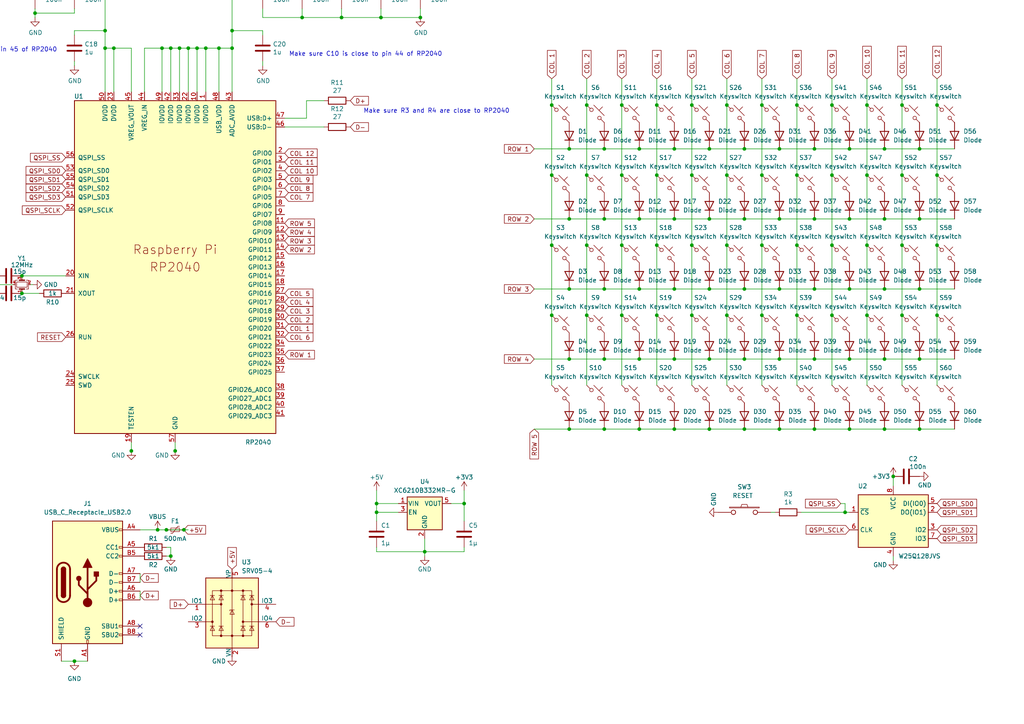
<source format=kicad_sch>
(kicad_sch (version 20230121) (generator eeschema)
  (paper "A4")
  (junction (at 185.42 124.46))
  (junction (at 226.06 63.5))
  (junction (at 200.66 71.12))
  (junction (at 231.14 71.12))
  (junction (at 241.3 50.8))
  (junction (at 195.58 104.14))
  (junction (at 195.58 43.18))
  (junction (at 76.2 -6.35))
  (junction (at 210.82 50.8))
  (junction (at 251.46 50.8))
  (junction (at 245.11 148.59))
  (junction (at 190.5 30.48))
  (junction (at 185.42 43.18))
  (junction (at 231.14 91.44))
  (junction (at 226.06 43.18))
  (junction (at 259.08 138.176))
  (junction (at 190.5 71.12))
  (junction (at 180.34 71.12))
  (junction (at 175.26 43.18))
  (junction (at 246.38 83.82))
  (junction (at 251.46 91.44))
  (junction (at 123.19 160.02))
  (junction (at 226.06 83.82))
  (junction (at 190.5 91.44))
  (junction (at 246.38 63.5))
  (junction (at 180.34 30.48))
  (junction (at 261.62 50.8))
  (junction (at 160.02 30.48))
  (junction (at 21.59 -6.35))
  (junction (at 256.54 43.18))
  (junction (at 170.18 50.8))
  (junction (at 185.42 83.82))
  (junction (at 67.31 8.89))
  (junction (at 6.35 80.01))
  (junction (at 271.78 71.12))
  (junction (at 200.66 30.48))
  (junction (at 175.26 83.82))
  (junction (at 226.06 124.46))
  (junction (at 205.74 43.18))
  (junction (at 215.9 104.14))
  (junction (at 109.22 148.59))
  (junction (at 251.46 30.48))
  (junction (at 38.1 130.7846))
  (junction (at 220.98 30.48))
  (junction (at 231.14 30.48))
  (junction (at 30.48 13.97))
  (junction (at 241.3 91.44))
  (junction (at 160.02 91.44))
  (junction (at 266.7 124.46))
  (junction (at 67.31 -6.35))
  (junction (at 180.34 50.8))
  (junction (at 271.78 91.44))
  (junction (at 63.5 13.97))
  (junction (at 246.38 104.14))
  (junction (at 210.82 30.48))
  (junction (at 53.34 153.67))
  (junction (at 266.7 43.18))
  (junction (at 170.18 91.44))
  (junction (at 190.5 50.8))
  (junction (at 256.54 104.14))
  (junction (at 261.62 91.44))
  (junction (at 57.15 13.97))
  (junction (at 6.35 85.09))
  (junction (at 241.3 30.48))
  (junction (at 246.38 124.46))
  (junction (at 215.9 83.82))
  (junction (at 33.02 13.97))
  (junction (at 109.22 146.05))
  (junction (at 266.7 104.14))
  (junction (at 110.49 -6.35))
  (junction (at 59.69 13.97))
  (junction (at 185.42 104.14))
  (junction (at 210.82 71.12))
  (junction (at 170.18 71.12))
  (junction (at 54.61 13.97))
  (junction (at 30.48 8.89))
  (junction (at 30.48 -6.35))
  (junction (at 48.26 153.67))
  (junction (at 195.58 63.5))
  (junction (at 220.98 91.44))
  (junction (at 231.14 50.8))
  (junction (at 52.07 13.97))
  (junction (at 110.49 5.08))
  (junction (at 266.7 63.5))
  (junction (at 261.62 71.12))
  (junction (at 21.59 191.77))
  (junction (at 220.98 71.12))
  (junction (at 165.1 83.82))
  (junction (at 200.66 91.44))
  (junction (at 185.42 63.5))
  (junction (at 175.26 63.5))
  (junction (at 236.22 43.18))
  (junction (at 256.54 124.46))
  (junction (at 200.66 50.8))
  (junction (at 271.78 30.48))
  (junction (at 215.9 124.46))
  (junction (at 195.58 124.46))
  (junction (at 246.38 43.18))
  (junction (at 45.72 153.67))
  (junction (at 10.16 3.81))
  (junction (at 87.63 -6.35))
  (junction (at 261.62 30.48))
  (junction (at 241.3 71.12))
  (junction (at 266.7 83.82))
  (junction (at 205.74 104.14))
  (junction (at 49.53 13.97))
  (junction (at 165.1 43.18))
  (junction (at -1.27 82.55))
  (junction (at 121.92 5.08))
  (junction (at 160.02 71.12))
  (junction (at 236.22 63.5))
  (junction (at 46.99 13.97))
  (junction (at 226.06 104.14))
  (junction (at 236.22 83.82))
  (junction (at 160.02 50.8))
  (junction (at 256.54 63.5))
  (junction (at 165.1 104.14))
  (junction (at 205.74 83.82))
  (junction (at 50.8 130.7846))
  (junction (at 165.1 63.5))
  (junction (at 215.9 43.18))
  (junction (at 67.31 13.97))
  (junction (at 170.18 30.48))
  (junction (at 175.26 124.46))
  (junction (at 180.34 91.44))
  (junction (at 99.06 -6.35))
  (junction (at 210.82 91.44))
  (junction (at 87.63 5.08))
  (junction (at 134.62 146.05))
  (junction (at 205.74 63.5))
  (junction (at 220.98 50.8))
  (junction (at 215.9 63.5))
  (junction (at 195.58 83.82))
  (junction (at 271.78 50.8))
  (junction (at 175.26 104.14))
  (junction (at 99.06 5.08))
  (junction (at 236.22 124.46))
  (junction (at 49.53 161.29))
  (junction (at 165.1 124.46))
  (junction (at 205.74 124.46))
  (junction (at 251.46 71.12))
  (junction (at 236.22 104.14))
  (junction (at 256.54 83.82))
  (no_connect (at 40.64 184.15))
  (no_connect (at 40.64 181.61))
  (wire (pts (xy 21.59 8.89) (xy 30.48 8.89)))
  (wire (pts (xy 123.19 160.02) (xy 134.62 160.02)))
  (wire (pts (xy 215.9 83.82) (xy 226.06 83.82)))
  (wire (pts (xy 205.74 63.5) (xy 215.9 63.5)))
  (wire (pts (xy 256.54 104.14) (xy 266.7 104.14)))
  (wire (pts (xy 17.78 191.77) (xy 21.59 191.77)))
  (wire (pts (xy 21.59 -6.35) (xy 30.48 -6.35)))
  (wire (pts (xy 266.7 83.82) (xy 276.86 83.82)))
  (wire (pts (xy 99.06 2.54) (xy 99.06 5.08)))
  (wire (pts (xy 134.62 146.05) (xy 134.62 151.13)))
  (wire (pts (xy 241.3 50.8) (xy 241.3 71.12)))
  (wire (pts (xy 40.64 171.45) (xy 40.64 173.99)))
  (wire (pts (xy 52.07 26.67) (xy 52.07 13.97)))
  (wire (pts (xy 160.02 30.48) (xy 160.02 50.8)))
  (wire (pts (xy 256.54 63.5) (xy 266.7 63.5)))
  (wire (pts (xy 226.06 63.5) (xy 236.22 63.5)))
  (wire (pts (xy 30.48 -7.62) (xy 30.48 -6.35)))
  (wire (pts (xy 271.78 30.48) (xy 271.78 50.8)))
  (wire (pts (xy 63.5 13.97) (xy 67.31 13.97)))
  (wire (pts (xy 54.61 26.67) (xy 54.61 13.97)))
  (wire (pts (xy 220.98 30.48) (xy 220.98 50.8)))
  (wire (pts (xy 226.06 124.46) (xy 236.22 124.46)))
  (wire (pts (xy 170.18 91.44) (xy 170.18 111.76)))
  (wire (pts (xy 180.34 30.48) (xy 180.34 50.8)))
  (wire (pts (xy 266.7 104.14) (xy 276.86 104.14)))
  (wire (pts (xy 271.78 91.44) (xy 271.78 111.76)))
  (wire (pts (xy 220.98 22.86) (xy 220.98 30.48)))
  (wire (pts (xy 165.1 43.18) (xy 154.94 43.18)))
  (wire (pts (xy 6.35 85.09) (xy 11.43 85.09)))
  (wire (pts (xy 41.91 26.67) (xy 41.91 13.97)))
  (wire (pts (xy 87.63 -5.08) (xy 87.63 -6.35)))
  (wire (pts (xy 59.69 13.97) (xy 59.69 26.67)))
  (wire (pts (xy 154.94 124.46) (xy 165.1 124.46)))
  (wire (pts (xy 226.06 43.18) (xy 236.22 43.18)))
  (wire (pts (xy 121.92 5.08) (xy 110.49 5.08)))
  (wire (pts (xy 220.98 91.44) (xy 220.98 111.76)))
  (wire (pts (xy 165.1 124.46) (xy 175.26 124.46)))
  (wire (pts (xy 10.16 2.54) (xy 10.16 3.81)))
  (wire (pts (xy 82.55 36.83) (xy 93.98 36.83)))
  (wire (pts (xy 109.22 160.02) (xy 123.19 160.02)))
  (wire (pts (xy 30.48 13.97) (xy 30.48 26.67)))
  (wire (pts (xy 165.1 104.14) (xy 175.26 104.14)))
  (wire (pts (xy 236.22 104.14) (xy 246.38 104.14)))
  (wire (pts (xy 38.1 26.67) (xy 38.1 13.97)))
  (wire (pts (xy 21.59 17.78) (xy 21.59 19.05)))
  (wire (pts (xy 33.02 13.97) (xy 30.48 13.97)))
  (wire (pts (xy 215.9 124.46) (xy 226.06 124.46)))
  (wire (pts (xy 134.62 158.75) (xy 134.62 160.02)))
  (wire (pts (xy 175.26 104.14) (xy 185.42 104.14)))
  (wire (pts (xy 259.08 138.176) (xy 259.08 140.97)))
  (wire (pts (xy 38.1 130.7846) (xy 38.1 130.81)))
  (wire (pts (xy 170.18 22.86) (xy 170.18 30.48)))
  (wire (pts (xy 54.61 153.67) (xy 53.34 153.67)))
  (wire (pts (xy 50.8 128.27) (xy 50.8 130.7846)))
  (wire (pts (xy 245.11 146.05) (xy 245.11 148.59)))
  (wire (pts (xy 231.14 91.44) (xy 231.14 111.76)))
  (wire (pts (xy 256.54 124.46) (xy 266.7 124.46)))
  (wire (pts (xy 10.16 3.81) (xy 10.16 5.08)))
  (wire (pts (xy 236.22 63.5) (xy 246.38 63.5)))
  (wire (pts (xy 266.7 124.46) (xy 276.86 124.46)))
  (wire (pts (xy 21.59 10.16) (xy 21.59 8.89)))
  (wire (pts (xy 246.38 104.14) (xy 256.54 104.14)))
  (wire (pts (xy 87.63 2.54) (xy 87.63 5.08)))
  (wire (pts (xy 109.22 148.59) (xy 109.22 151.13)))
  (wire (pts (xy 165.1 63.5) (xy 175.26 63.5)))
  (wire (pts (xy 231.14 30.48) (xy 231.14 50.8)))
  (wire (pts (xy 49.53 158.75) (xy 49.53 161.29)))
  (wire (pts (xy 134.62 142.24) (xy 134.62 146.05)))
  (wire (pts (xy 165.1 83.82) (xy 175.26 83.82)))
  (wire (pts (xy 205.74 83.82) (xy 215.9 83.82)))
  (wire (pts (xy 232.41 148.59) (xy 245.11 148.59)))
  (wire (pts (xy 54.61 13.97) (xy 57.15 13.97)))
  (wire (pts (xy 200.66 50.8) (xy 200.66 71.12)))
  (wire (pts (xy 160.02 22.86) (xy 160.02 30.48)))
  (wire (pts (xy 46.99 13.97) (xy 49.53 13.97)))
  (wire (pts (xy 87.63 -6.35) (xy 99.06 -6.35)))
  (wire (pts (xy 170.18 71.12) (xy 170.18 91.44)))
  (wire (pts (xy 99.06 5.08) (xy 87.63 5.08)))
  (wire (pts (xy 243.84 146.05) (xy 245.11 146.05)))
  (wire (pts (xy 99.06 -5.08) (xy 99.06 -6.35)))
  (wire (pts (xy 190.5 50.8) (xy 190.5 71.12)))
  (wire (pts (xy 180.34 91.44) (xy 180.34 111.76)))
  (wire (pts (xy 261.62 50.8) (xy 261.62 71.12)))
  (wire (pts (xy 175.26 83.82) (xy 185.42 83.82)))
  (wire (pts (xy 123.19 156.21) (xy 123.19 160.02)))
  (wire (pts (xy 226.06 83.82) (xy 236.22 83.82)))
  (wire (pts (xy 246.38 43.18) (xy 256.54 43.18)))
  (wire (pts (xy 170.18 30.48) (xy 170.18 50.8)))
  (wire (pts (xy 21.59 -5.08) (xy 21.59 -6.35)))
  (wire (pts (xy 200.66 91.44) (xy 200.66 111.76)))
  (wire (pts (xy 87.63 5.08) (xy 76.2 5.08)))
  (wire (pts (xy 261.62 71.12) (xy 261.62 91.44)))
  (wire (pts (xy 99.06 -6.35) (xy 110.49 -6.35)))
  (wire (pts (xy 195.58 43.18) (xy 205.74 43.18)))
  (wire (pts (xy 241.3 30.48) (xy 241.3 50.8)))
  (wire (pts (xy 241.3 91.44) (xy 241.3 111.76)))
  (wire (pts (xy 67.31 8.89) (xy 67.31 13.97)))
  (wire (pts (xy 195.58 124.46) (xy 205.74 124.46)))
  (wire (pts (xy 185.42 63.5) (xy 195.58 63.5)))
  (wire (pts (xy 190.5 30.48) (xy 190.5 50.8)))
  (wire (pts (xy 241.3 22.86) (xy 241.3 30.48)))
  (wire (pts (xy 67.31 8.89) (xy 76.2 8.89)))
  (wire (pts (xy 30.48 -6.35) (xy 30.48 8.89)))
  (wire (pts (xy 38.1 128.27) (xy 38.1 130.7846)))
  (wire (pts (xy 246.38 83.82) (xy 256.54 83.82)))
  (wire (pts (xy 67.31 -6.35) (xy 67.31 8.89)))
  (wire (pts (xy 154.94 63.5) (xy 165.1 63.5)))
  (wire (pts (xy 190.5 71.12) (xy 190.5 91.44)))
  (wire (pts (xy 10.16 3.81) (xy 21.59 3.81)))
  (wire (pts (xy 271.78 71.12) (xy 271.78 91.44)))
  (wire (pts (xy 59.69 13.97) (xy 63.5 13.97)))
  (wire (pts (xy 175.26 43.18) (xy 185.42 43.18)))
  (wire (pts (xy 190.5 91.44) (xy 190.5 111.76)))
  (wire (pts (xy 109.22 146.05) (xy 115.57 146.05)))
  (wire (pts (xy 180.34 71.12) (xy 180.34 91.44)))
  (wire (pts (xy 154.94 83.82) (xy 165.1 83.82)))
  (wire (pts (xy 110.49 -6.35) (xy 121.92 -6.35)))
  (wire (pts (xy 195.58 83.82) (xy 205.74 83.82)))
  (wire (pts (xy 180.34 22.86) (xy 180.34 30.48)))
  (wire (pts (xy 175.26 63.5) (xy 185.42 63.5)))
  (wire (pts (xy 110.49 5.08) (xy 99.06 5.08)))
  (wire (pts (xy 67.31 -6.35) (xy 76.2 -6.35)))
  (wire (pts (xy 170.18 50.8) (xy 170.18 71.12)))
  (wire (pts (xy 110.49 -5.08) (xy 110.49 -6.35)))
  (wire (pts (xy 200.66 71.12) (xy 200.66 91.44)))
  (wire (pts (xy 210.82 91.44) (xy 210.82 111.76)))
  (wire (pts (xy 246.38 124.46) (xy 256.54 124.46)))
  (wire (pts (xy 220.98 50.8) (xy 220.98 71.12)))
  (wire (pts (xy 251.46 91.44) (xy 251.46 111.76)))
  (wire (pts (xy 261.62 22.86) (xy 261.62 30.48)))
  (wire (pts (xy 76.2 -6.35) (xy 87.63 -6.35)))
  (wire (pts (xy 76.2 -5.08) (xy 76.2 -6.35)))
  (wire (pts (xy 76.2 17.78) (xy 76.2 19.05)))
  (wire (pts (xy 246.38 63.5) (xy 256.54 63.5)))
  (wire (pts (xy 245.11 148.59) (xy 246.38 148.59)))
  (wire (pts (xy 261.62 91.44) (xy 261.62 111.76)))
  (wire (pts (xy 226.06 104.14) (xy 236.22 104.14)))
  (wire (pts (xy 210.82 71.12) (xy 210.82 91.44)))
  (wire (pts (xy -3.81 82.55) (xy -1.27 82.55)))
  (wire (pts (xy 48.26 158.75) (xy 49.53 158.75)))
  (wire (pts (xy 57.15 13.97) (xy 59.69 13.97)))
  (wire (pts (xy 67.31 -7.62) (xy 67.31 -6.35)))
  (wire (pts (xy 50.8 130.7846) (xy 50.8 130.81)))
  (wire (pts (xy 3.81 82.55) (xy -1.27 82.55)))
  (wire (pts (xy 48.26 153.67) (xy 45.72 153.67)))
  (wire (pts (xy 49.53 13.97) (xy 52.07 13.97)))
  (wire (pts (xy 266.7 63.5) (xy 276.86 63.5)))
  (wire (pts (xy 195.58 63.5) (xy 205.74 63.5)))
  (wire (pts (xy 215.9 43.18) (xy 226.06 43.18)))
  (wire (pts (xy 30.48 8.89) (xy 30.48 13.97)))
  (wire (pts (xy 236.22 83.82) (xy 246.38 83.82)))
  (wire (pts (xy 52.07 13.97) (xy 54.61 13.97)))
  (wire (pts (xy 49.53 26.67) (xy 49.53 13.97)))
  (wire (pts (xy 40.64 153.67) (xy 45.72 153.67)))
  (wire (pts (xy 256.54 43.18) (xy 266.7 43.18)))
  (wire (pts (xy 10.16 -6.35) (xy 21.59 -6.35)))
  (wire (pts (xy 76.2 10.16) (xy 76.2 8.89)))
  (wire (pts (xy 215.9 104.14) (xy 226.06 104.14)))
  (wire (pts (xy 261.62 30.48) (xy 261.62 50.8)))
  (wire (pts (xy 223.52 148.59) (xy 224.79 148.59)))
  (wire (pts (xy 205.74 104.14) (xy 215.9 104.14)))
  (wire (pts (xy 121.92 2.54) (xy 121.92 5.08)))
  (wire (pts (xy 88.9 29.21) (xy 88.9 34.29)))
  (wire (pts (xy 109.22 148.59) (xy 115.57 148.59)))
  (wire (pts (xy 205.74 43.18) (xy 215.9 43.18)))
  (wire (pts (xy 185.42 104.14) (xy 195.58 104.14)))
  (wire (pts (xy 185.42 43.18) (xy 195.58 43.18)))
  (wire (pts (xy 160.02 50.8) (xy 160.02 71.12)))
  (wire (pts (xy 63.5 26.67) (xy 63.5 13.97)))
  (wire (pts (xy 231.14 22.86) (xy 231.14 30.48)))
  (wire (pts (xy -1.27 82.55) (xy -1.27 85.09)))
  (wire (pts (xy 6.35 80.01) (xy 19.05 80.01)))
  (wire (pts (xy 123.19 160.02) (xy 123.19 161.29)))
  (wire (pts (xy 220.98 71.12) (xy 220.98 91.44)))
  (wire (pts (xy 200.66 30.48) (xy 200.66 50.8)))
  (wire (pts (xy 41.91 13.97) (xy 46.99 13.97)))
  (wire (pts (xy 210.82 22.86) (xy 210.82 30.48)))
  (wire (pts (xy 57.15 26.67) (xy 57.15 13.97)))
  (wire (pts (xy 109.22 142.24) (xy 109.22 146.05)))
  (wire (pts (xy 205.74 124.46) (xy 215.9 124.46)))
  (wire (pts (xy 21.59 191.77) (xy 25.4 191.77)))
  (wire (pts (xy 210.82 30.48) (xy 210.82 50.8)))
  (wire (pts (xy 21.59 3.81) (xy 21.59 2.54)))
  (wire (pts (xy 190.5 22.86) (xy 190.5 30.48)))
  (wire (pts (xy 130.81 146.05) (xy 134.62 146.05)))
  (wire (pts (xy 271.78 22.86) (xy 271.78 30.48)))
  (wire (pts (xy 154.94 104.14) (xy 165.1 104.14)))
  (wire (pts (xy 53.34 153.67) (xy 48.26 153.67)))
  (wire (pts (xy 82.55 34.29) (xy 88.9 34.29)))
  (wire (pts (xy 175.26 124.46) (xy 185.42 124.46)))
  (wire (pts (xy 251.46 22.86) (xy 251.46 30.48)))
  (wire (pts (xy 49.53 161.29) (xy 48.26 161.29)))
  (wire (pts (xy 185.42 83.82) (xy 195.58 83.82)))
  (wire (pts (xy 180.34 50.8) (xy 180.34 71.12)))
  (wire (pts (xy -1.27 82.55) (xy -1.27 80.01)))
  (wire (pts (xy 251.46 50.8) (xy 251.46 71.12)))
  (wire (pts (xy 109.22 158.75) (xy 109.22 160.02)))
  (wire (pts (xy 256.54 83.82) (xy 266.7 83.82)))
  (wire (pts (xy 40.64 166.37) (xy 40.64 168.91)))
  (wire (pts (xy 10.16 -5.08) (xy 10.16 -6.35)))
  (wire (pts (xy 76.2 2.54) (xy 76.2 5.08)))
  (wire (pts (xy 210.82 50.8) (xy 210.82 71.12)))
  (wire (pts (xy 8.89 82.55) (xy 9.525 82.55)))
  (wire (pts (xy 109.22 146.05) (xy 109.22 148.59)))
  (wire (pts (xy 251.46 71.12) (xy 251.46 91.44)))
  (wire (pts (xy 185.42 124.46) (xy 195.58 124.46)))
  (wire (pts (xy 165.1 43.18) (xy 175.26 43.18)))
  (wire (pts (xy 200.66 22.86) (xy 200.66 30.48)))
  (wire (pts (xy 195.58 104.14) (xy 205.74 104.14)))
  (wire (pts (xy 38.1 13.97) (xy 33.02 13.97)))
  (wire (pts (xy 266.7 43.18) (xy 276.86 43.18)))
  (wire (pts (xy 160.02 91.44) (xy 160.02 111.76)))
  (wire (pts (xy 231.14 71.12) (xy 231.14 91.44)))
  (wire (pts (xy 110.49 2.54) (xy 110.49 5.08)))
  (wire (pts (xy 231.14 50.8) (xy 231.14 71.12)))
  (wire (pts (xy 236.22 43.18) (xy 246.38 43.18)))
  (wire (pts (xy 251.46 30.48) (xy 251.46 50.8)))
  (wire (pts (xy 259.08 161.29) (xy 259.08 162.56)))
  (wire (pts (xy 67.31 13.97) (xy 67.31 26.67)))
  (wire (pts (xy 215.9 63.5) (xy 226.06 63.5)))
  (wire (pts (xy 88.9 29.21) (xy 93.98 29.21)))
  (wire (pts (xy 160.02 71.12) (xy 160.02 91.44)))
  (wire (pts (xy 236.22 124.46) (xy 246.38 124.46)))
  (wire (pts (xy 121.92 -5.08) (xy 121.92 -6.35)))
  (wire (pts (xy 271.78 50.8) (xy 271.78 71.12)))
  (wire (pts (xy 33.02 26.67) (xy 33.02 13.97)))
  (wire (pts (xy 241.3 71.12) (xy 241.3 91.44)))
  (wire (pts (xy 46.99 26.67) (xy 46.99 13.97)))
  (text "Make sure R3 and R4 are close to RP2040" (at 105.41 33.02 0) (effects (font (size 1.27 1.27)) (justify left bottom)))
  (text "Make sure C10 is close to pin 44 of RP2040" (at 83.82 16.51 0) (effects (font (size 1.27 1.27)) (justify left bottom)))
  (text "Make sure C8 is close to pin 45 of RP2040" (at -26.67 15.24 0) (effects (font (size 1.27 1.27)) (justify left bottom)))
  (global_label "ROW 4" (shape input) (at 82.55 67.31 0) (property "Intersheetrefs" "${INTERSHEET_REFS}" (effects hide)))
  (global_label "QSPI_SD0" (shape input) (at 19.05 49.53 180) (property "Intersheetrefs" "${INTERSHEET_REFS}" (effects hide)))
  (global_label "COL 2" (shape input) (at 82.55 92.71 0) (property "Intersheetrefs" "${INTERSHEET_REFS}" (effects hide)))
  (global_label "COL 1" (shape input) (at 82.55 95.25 0) (property "Intersheetrefs" "${INTERSHEET_REFS}" (effects hide)))
  (global_label "ROW 1" (shape input) (at 154.94 43.18 180) (property "Intersheetrefs" "${INTERSHEET_REFS}" (effects hide)))
  (global_label "COL 1" (shape input) (at 160.02 22.86 90) (property "Intersheetrefs" "${INTERSHEET_REFS}" (effects hide)))
  (global_label "D-" (shape input) (at 40.64 167.64 0) (property "Intersheetrefs" "${INTERSHEET_REFS}" (effects hide)))
  (global_label "ROW 5" (shape input) (at 154.94 124.46 270) (property "Intersheetrefs" "${INTERSHEET_REFS}" (effects hide)))
  (global_label "COL 7" (shape input) (at 82.55 57.15 0) (property "Intersheetrefs" "${INTERSHEET_REFS}" (effects hide)))
  (global_label "COL 4" (shape input) (at 82.55 87.63 0) (property "Intersheetrefs" "${INTERSHEET_REFS}" (effects hide)))
  (global_label "ROW 5" (shape input) (at 82.55 64.77 0) (property "Intersheetrefs" "${INTERSHEET_REFS}" (effects hide)))
  (global_label "COL 9" (shape input) (at 82.55 52.07 0) (property "Intersheetrefs" "${INTERSHEET_REFS}" (effects hide)))
  (global_label "QSPI_SD1" (shape input) (at 271.78 148.59 0) (property "Intersheetrefs" "${INTERSHEET_REFS}" (effects hide)))
  (global_label "QSPI_SD1" (shape input) (at 19.05 52.07 180) (property "Intersheetrefs" "${INTERSHEET_REFS}" (effects hide)))
  (global_label "COL 7" (shape input) (at 220.98 22.86 90) (property "Intersheetrefs" "${INTERSHEET_REFS}" (effects hide)))
  (global_label "ROW 1" (shape input) (at 82.55 102.87 0) (property "Intersheetrefs" "${INTERSHEET_REFS}" (effects hide)))
  (global_label "D+" (shape input) (at 40.64 172.72 0) (property "Intersheetrefs" "${INTERSHEET_REFS}" (effects hide)))
  (global_label "QSPI_SCLK" (shape input) (at 19.05 60.96 180) (property "Intersheetrefs" "${INTERSHEET_REFS}" (effects hide)))
  (global_label "ROW 2" (shape input) (at 82.55 72.39 0) (property "Intersheetrefs" "${INTERSHEET_REFS}" (effects hide)))
  (global_label "ROW 3" (shape input) (at 154.94 83.82 180) (property "Intersheetrefs" "${INTERSHEET_REFS}" (effects hide)))
  (global_label "QSPI_SD2" (shape input) (at 19.05 54.61 180) (property "Intersheetrefs" "${INTERSHEET_REFS}" (effects hide)))
  (global_label "ROW 2" (shape input) (at 154.94 63.5 180) (property "Intersheetrefs" "${INTERSHEET_REFS}" (effects hide)))
  (global_label "COL 6" (shape input) (at 210.82 22.86 90) (property "Intersheetrefs" "${INTERSHEET_REFS}" (effects hide)))
  (global_label "QSPI_SCLK" (shape input) (at 246.38 153.67 180) (property "Intersheetrefs" "${INTERSHEET_REFS}" (effects hide)))
  (global_label "ROW 4" (shape input) (at 154.94 104.14 180) (property "Intersheetrefs" "${INTERSHEET_REFS}" (effects hide)))
  (global_label "+5V" (shape input) (at 53.34 153.67 0) (property "Intersheetrefs" "${INTERSHEET_REFS}" (effects hide)))
  (global_label "COL 8" (shape input) (at 231.14 22.86 90) (property "Intersheetrefs" "${INTERSHEET_REFS}" (effects hide)))
  (global_label "COL 10" (shape input) (at 251.46 22.86 90) (property "Intersheetrefs" "${INTERSHEET_REFS}" (effects hide)))
  (global_label "D-" (shape input) (at 101.6 36.83 0) (property "Intersheetrefs" "${INTERSHEET_REFS}" (effects hide)))
  (global_label "QSPI_SS" (shape input) (at 19.05 45.72 180) (property "Intersheetrefs" "${INTERSHEET_REFS}" (effects hide)))
  (global_label "COL 2" (shape input) (at 170.18 22.86 90) (property "Intersheetrefs" "${INTERSHEET_REFS}" (effects hide)))
  (global_label "COL 6" (shape input) (at 82.55 97.79 0) (property "Intersheetrefs" "${INTERSHEET_REFS}" (effects hide)))
  (global_label "D+" (shape input) (at 54.61 175.26 180) (property "Intersheetrefs" "${INTERSHEET_REFS}" (effects hide)))
  (global_label "COL 3" (shape input) (at 180.34 22.86 90) (property "Intersheetrefs" "${INTERSHEET_REFS}" (effects hide)))
  (global_label "COL 12" (shape input) (at 271.78 22.86 90) (property "Intersheetrefs" "${INTERSHEET_REFS}" (effects hide)))
  (global_label "COL 5" (shape input) (at 200.66 22.86 90) (property "Intersheetrefs" "${INTERSHEET_REFS}" (effects hide)))
  (global_label "QSPI_SS" (shape input) (at 243.84 146.05 180) (property "Intersheetrefs" "${INTERSHEET_REFS}" (effects hide)))
  (global_label "RESET" (shape input) (at 19.05 97.79 180) (property "Intersheetrefs" "${INTERSHEET_REFS}" (effects hide)))
  (global_label "COL 10" (shape input) (at 82.55 49.53 0) (property "Intersheetrefs" "${INTERSHEET_REFS}" (effects hide)))
  (global_label "COL 8" (shape input) (at 82.55 54.61 0) (property "Intersheetrefs" "${INTERSHEET_REFS}" (effects hide)))
  (global_label "COL 11" (shape input) (at 82.55 46.99 0) (property "Intersheetrefs" "${INTERSHEET_REFS}" (effects hide)))
  (global_label "COL 4" (shape input) (at 190.5 22.86 90) (property "Intersheetrefs" "${INTERSHEET_REFS}" (effects hide)))
  (global_label "+5V" (shape input) (at 67.31 165.1 90) (property "Intersheetrefs" "${INTERSHEET_REFS}" (effects hide)))
  (global_label "D-" (shape input) (at 80.01 180.34 0) (property "Intersheetrefs" "${INTERSHEET_REFS}" (effects hide)))
  (global_label "COL 12" (shape input) (at 82.55 44.45 0) (property "Intersheetrefs" "${INTERSHEET_REFS}" (effects hide)))
  (global_label "QSPI_SD0" (shape input) (at 271.78 146.05 0) (property "Intersheetrefs" "${INTERSHEET_REFS}" (effects hide)))
  (global_label "COL 11" (shape input) (at 261.62 22.86 90) (property "Intersheetrefs" "${INTERSHEET_REFS}" (effects hide)))
  (global_label "QSPI_SD3" (shape input) (at 19.05 57.15 180) (property "Intersheetrefs" "${INTERSHEET_REFS}" (effects hide)))
  (global_label "QSPI_SD2" (shape input) (at 271.78 153.67 0) (property "Intersheetrefs" "${INTERSHEET_REFS}" (effects hide)))
  (global_label "COL 3" (shape input) (at 82.55 90.17 0) (property "Intersheetrefs" "${INTERSHEET_REFS}" (effects hide)))
  (global_label "D+" (shape input) (at 101.6 29.21 0) (property "Intersheetrefs" "${INTERSHEET_REFS}" (effects hide)))
  (global_label "ROW 3" (shape input) (at 82.55 69.85 0) (property "Intersheetrefs" "${INTERSHEET_REFS}" (effects hide)))
  (global_label "QSPI_SD3" (shape input) (at 271.78 156.21 0) (property "Intersheetrefs" "${INTERSHEET_REFS}" (effects hide)))
  (global_label "COL 9" (shape input) (at 241.3 22.86 90) (property "Intersheetrefs" "${INTERSHEET_REFS}" (effects hide)))
  (global_label "COL 5" (shape input) (at 82.55 85.09 0) (property "Intersheetrefs" "${INTERSHEET_REFS}" (effects hide)))
  (symbol (lib_id "power:GND") (at -3.81 82.55 0) (unit 1)
    (property "Reference" "#PWR013" (effects hide))
    (property "Value" "GND" (effects hide))
  )
  (symbol (lib_id "ScottoKeebs:Placeholder_Keyswitch") (at 264.16 114.3 0) (unit 1)
    (property "Reference" "S55" (at 264.16 106.68 0))
    (property "Value" "Keyswitch" (at 264.16 109.22 0))
    (property "Footprint" "ScottoKeebs_MX:MX_PCB_1.00u" (effects hide))
  )
  (symbol (lib_id "ScottoKeebs:Placeholder_Keyswitch") (at 203.2 73.66 0) (unit 1)
    (property "Reference" "S23" (at 203.2 66.04 0))
    (property "Value" "Keyswitch" (at 203.2 68.58 0))
    (property "Footprint" "ScottoKeebs_MX:MX_PCB_1.00u" (effects hide))
  )
  (symbol (lib_id "power:+3.3V") (at 134.62 142.24 0) (unit 1)
    (property "Reference" "#PWR011" (effects hide))
    (property "Value" "+3.3V" (at 134.62 138.43 0))
  )
  (symbol (lib_id "ScottoKeebs:Placeholder_Keyswitch") (at 264.16 73.66 0) (unit 1)
    (property "Reference" "S53" (at 264.16 66.04 0))
    (property "Value" "Keyswitch" (at 264.16 68.58 0))
    (property "Footprint" "ScottoKeebs_MX:MX_PCB_1.00u" (effects hide))
  )
  (symbol (lib_id "ScottoKeebs:Placeholder_Diode") (at 175.26 80.01 90) (unit 1)
    (property "Reference" "D8" (at 177.8 78.74 90) (effects (justify right)))
    (property "Value" "Diode" (at 177.8 81.28 90) (effects (justify right)))
    (property "Footprint" "Diode_SMD:D_SOD-123" (effects hide))
    (property "Sim.Device" "D" (effects hide))
    (property "Sim.Pins" "1=K 2=A" (effects hide))
  )
  (symbol (lib_id "ScottoKeebs:Placeholder_Diode") (at 205.74 39.37 90) (unit 1)
    (property "Reference" "D21" (at 208.28 38.1 90) (effects (justify right)))
    (property "Value" "Diode" (at 208.28 40.64 90) (effects (justify right)))
    (property "Footprint" "Diode_SMD:D_SOD-123" (effects hide))
    (property "Sim.Device" "D" (effects hide))
    (property "Sim.Pins" "1=K 2=A" (effects hide))
  )
  (symbol (lib_id "Device:C") (at 21.59 -1.27 0) (unit 1)
    (property "Reference" "C17" (at 24.511 -2.4384 0) (effects (justify left)))
    (property "Value" "100n" (at 24.511 -0.127 0) (effects (justify left)))
    (property "Footprint" "Capacitor_SMD:C_0402_1005Metric" (effects hide))
    (property "LCSC" "C49678" (effects hide))
  )
  (symbol (lib_id "ScottoKeebs:Placeholder_Keyswitch") (at 203.2 93.98 0) (unit 1)
    (property "Reference" "S24" (at 203.2 86.36 0))
    (property "Value" "Keyswitch" (at 203.2 88.9 0))
    (property "Footprint" "ScottoKeebs_MX:MX_PCB_1.00u" (effects hide))
  )
  (symbol (lib_id "ScottoKeebs:Placeholder_Keyswitch") (at 193.04 114.3 0) (unit 1)
    (property "Reference" "S20" (at 193.04 106.68 0))
    (property "Value" "Keyswitch" (at 193.04 109.22 0))
    (property "Footprint" "ScottoKeebs_MX:MX_PCB_1.00u" (effects hide))
  )
  (symbol (lib_id "ScottoKeebs:Placeholder_Keyswitch") (at 274.32 73.66 0) (unit 1)
    (property "Reference" "S58" (at 274.32 66.04 0))
    (property "Value" "Keyswitch" (at 274.32 68.58 0))
    (property "Footprint" "ScottoKeebs_MX:MX_PCB_1.00u" (effects hide))
  )
  (symbol (lib_id "ScottoKeebs:Placeholder_Diode") (at 185.42 100.33 90) (unit 1)
    (property "Reference" "D14" (at 187.96 99.06 90) (effects (justify right)))
    (property "Value" "Diode" (at 187.96 101.6 90) (effects (justify right)))
    (property "Footprint" "Diode_SMD:D_SOD-123" (effects hide))
    (property "Sim.Device" "D" (effects hide))
    (property "Sim.Pins" "1=K 2=A" (effects hide))
  )
  (symbol (lib_id "Device:R") (at 44.45 161.29 270) (unit 1)
    (property "Reference" "R2" (at 44.45 163.83 90))
    (property "Value" "5k1" (at 44.45 161.29 90))
    (property "Footprint" "Resistor_SMD:R_0805_2012Metric" (effects hide))
  )
  (symbol (lib_id "ScottoKeebs:Placeholder_Diode") (at 256.54 39.37 90) (unit 1)
    (property "Reference" "D46" (at 259.08 38.1 90) (effects (justify right)))
    (property "Value" "Diode" (at 259.08 40.64 90) (effects (justify right)))
    (property "Footprint" "Diode_SMD:D_SOD-123" (effects hide))
    (property "Sim.Device" "D" (effects hide))
    (property "Sim.Pins" "1=K 2=A" (effects hide))
  )
  (symbol (lib_id "ScottoKeebs:Placeholder_Diode") (at 256.54 100.33 90) (unit 1)
    (property "Reference" "D49" (at 259.08 99.06 90) (effects (justify right)))
    (property "Value" "Diode" (at 259.08 101.6 90) (effects (justify right)))
    (property "Footprint" "Diode_SMD:D_SOD-123" (effects hide))
    (property "Sim.Device" "D" (effects hide))
    (property "Sim.Pins" "1=K 2=A" (effects hide))
  )
  (symbol (lib_id "power:GND") (at 67.31 190.5 0) (unit 1)
    (property "Reference" "#PWR09" (effects hide))
    (property "Value" "GND" (at 63.5 191.77 0))
  )
  (symbol (lib_id "ScottoKeebs:Placeholder_Keyswitch") (at 162.56 114.3 0) (unit 1)
    (property "Reference" "S5" (at 162.56 106.68 0))
    (property "Value" "Keyswitch" (at 162.56 109.22 0))
    (property "Footprint" "ScottoKeebs_MX:MX_PCB_1.00u" (effects hide))
  )
  (symbol (lib_id "ScottoKeebs:Placeholder_Diode") (at 256.54 120.65 90) (unit 1)
    (property "Reference" "D50" (at 259.08 119.38 90) (effects (justify right)))
    (property "Value" "Diode" (at 259.08 121.92 90) (effects (justify right)))
    (property "Footprint" "Diode_SMD:D_SOD-123" (effects hide))
    (property "Sim.Device" "D" (effects hide))
    (property "Sim.Pins" "1=K 2=A" (effects hide))
  )
  (symbol (lib_id "ScottoKeebs:Placeholder_Diode") (at 165.1 100.33 90) (unit 1)
    (property "Reference" "D4" (at 167.64 99.06 90) (effects (justify right)))
    (property "Value" "Diode" (at 167.64 101.6 90) (effects (justify right)))
    (property "Footprint" "Diode_SMD:D_SOD-123" (effects hide))
    (property "Sim.Device" "D" (effects hide))
    (property "Sim.Pins" "1=K 2=A" (effects hide))
  )
  (symbol (lib_id "ScottoKeebs:Placeholder_Diode") (at 266.7 120.65 90) (unit 1)
    (property "Reference" "D55" (at 269.24 119.38 90) (effects (justify right)))
    (property "Value" "Diode" (at 269.24 121.92 90) (effects (justify right)))
    (property "Footprint" "Diode_SMD:D_SOD-123" (effects hide))
    (property "Sim.Device" "D" (effects hide))
    (property "Sim.Pins" "1=K 2=A" (effects hide))
  )
  (symbol (lib_id "ScottoKeebs:Placeholder_Diode") (at 246.38 80.01 90) (unit 1)
    (property "Reference" "D43" (at 248.92 78.74 90) (effects (justify right)))
    (property "Value" "Diode" (at 248.92 81.28 90) (effects (justify right)))
    (property "Footprint" "Diode_SMD:D_SOD-123" (effects hide))
    (property "Sim.Device" "D" (effects hide))
    (property "Sim.Pins" "1=K 2=A" (effects hide))
  )
  (symbol (lib_id "ScottoKeebs:Placeholder_Diode") (at 165.1 80.01 90) (unit 1)
    (property "Reference" "D3" (at 167.64 78.74 90) (effects (justify right)))
    (property "Value" "Diode" (at 167.64 81.28 90) (effects (justify right)))
    (property "Footprint" "Diode_SMD:D_SOD-123" (effects hide))
    (property "Sim.Device" "D" (effects hide))
    (property "Sim.Pins" "1=K 2=A" (effects hide))
  )
  (symbol (lib_id "power:GND") (at 123.19 161.29 0) (unit 1)
    (property "Reference" "#PWR010" (effects hide))
    (property "Value" "GND" (at 123.19 165.1 0))
  )
  (symbol (lib_id "ScottoKeebs:Placeholder_Keyswitch") (at 223.52 53.34 0) (unit 1)
    (property "Reference" "S32" (at 223.52 45.72 0))
    (property "Value" "Keyswitch" (at 223.52 48.26 0))
    (property "Footprint" "ScottoKeebs_MX:MX_PCB_1.00u" (effects hide))
  )
  (symbol (lib_id "Device:R") (at 15.24 85.09 90) (unit 1)
    (property "Reference" "R10" (at 15.24 87.63 90))
    (property "Value" "1k" (at 15.24 85.09 90))
    (property "Footprint" "Resistor_SMD:R_0402_1005Metric" (effects hide))
    (property "LCSC" "C11702" (effects hide))
    (property "MPN " "0402WGF1001TCE" (effects hide))
    (property "Manufacturer" "UNI-ROYAL(Uniroyal Elec)" (effects hide))
    (property "JLC Basic" "Y" (effects hide))
    (property "Substitute" "Y" (effects hide))
  )
  (symbol (lib_id "ScottoKeebs:Placeholder_Diode") (at 266.7 39.37 90) (unit 1)
    (property "Reference" "D51" (at 269.24 38.1 90) (effects (justify right)))
    (property "Value" "Diode" (at 269.24 40.64 90) (effects (justify right)))
    (property "Footprint" "Diode_SMD:D_SOD-123" (effects hide))
    (property "Sim.Device" "D" (effects hide))
    (property "Sim.Pins" "1=K 2=A" (effects hide))
  )
  (symbol (lib_id "ScottoKeebs:Placeholder_Diode") (at 215.9 80.01 90) (unit 1)
    (property "Reference" "D28" (at 218.44 78.74 90) (effects (justify right)))
    (property "Value" "Diode" (at 218.44 81.28 90) (effects (justify right)))
    (property "Footprint" "Diode_SMD:D_SOD-123" (effects hide))
    (property "Sim.Device" "D" (effects hide))
    (property "Sim.Pins" "1=K 2=A" (effects hide))
  )
  (symbol (lib_id "ScottoKeebs:Placeholder_Diode") (at 215.9 39.37 90) (unit 1)
    (property "Reference" "D26" (at 218.44 38.1 90) (effects (justify right)))
    (property "Value" "Diode" (at 218.44 40.64 90) (effects (justify right)))
    (property "Footprint" "Diode_SMD:D_SOD-123" (effects hide))
    (property "Sim.Device" "D" (effects hide))
    (property "Sim.Pins" "1=K 2=A" (effects hide))
  )
  (symbol (lib_id "ScottoKeebs:Placeholder_Diode") (at 205.74 100.33 90) (unit 1)
    (property "Reference" "D24" (at 208.28 99.06 90) (effects (justify right)))
    (property "Value" "Diode" (at 208.28 101.6 90) (effects (justify right)))
    (property "Footprint" "Diode_SMD:D_SOD-123" (effects hide))
    (property "Sim.Device" "D" (effects hide))
    (property "Sim.Pins" "1=K 2=A" (effects hide))
  )
  (symbol (lib_id "ScottoKeebs:Placeholder_Diode") (at 266.7 80.01 90) (unit 1)
    (property "Reference" "D53" (at 269.24 78.74 90) (effects (justify right)))
    (property "Value" "Diode" (at 269.24 81.28 90) (effects (justify right)))
    (property "Footprint" "Diode_SMD:D_SOD-123" (effects hide))
    (property "Sim.Device" "D" (effects hide))
    (property "Sim.Pins" "1=K 2=A" (effects hide))
  )
  (symbol (lib_id "power:GND") (at 50.8 130.7846 0) (unit 1)
    (property "Reference" "#PWR029" (effects hide))
    (property "Value" "GND" (at 46.99 132.0546 0))
  )
  (symbol (lib_id "ScottoKeebs:Placeholder_Keyswitch") (at 223.52 93.98 0) (unit 1)
    (property "Reference" "S34" (at 223.52 86.36 0))
    (property "Value" "Keyswitch" (at 223.52 88.9 0))
    (property "Footprint" "ScottoKeebs_MX:MX_PCB_1.00u" (effects hide))
  )
  (symbol (lib_id "ScottoKeebs:Placeholder_Keyswitch") (at 213.36 114.3 0) (unit 1)
    (property "Reference" "S30" (at 213.36 106.68 0))
    (property "Value" "Keyswitch" (at 213.36 109.22 0))
    (property "Footprint" "ScottoKeebs_MX:MX_PCB_1.00u" (effects hide))
  )
  (symbol (lib_id "power:GND") (at 121.92 5.08 0) (unit 1)
    (property "Reference" "#PWR032" (effects hide))
    (property "Value" "GND" (at 122.047 9.4742 0))
  )
  (symbol (lib_id "ScottoKeebs:Placeholder_Keyswitch") (at 203.2 114.3 0) (unit 1)
    (property "Reference" "S25" (at 203.2 106.68 0))
    (property "Value" "Keyswitch" (at 203.2 109.22 0))
    (property "Footprint" "ScottoKeebs_MX:MX_PCB_1.00u" (effects hide))
  )
  (symbol (lib_id "power:+5V") (at 109.22 142.24 0) (unit 1)
    (property "Reference" "#PWR04" (effects hide))
    (property "Value" "+5V" (at 109.22 138.43 0))
  )
  (symbol (lib_id "ScottoKeebs:Placeholder_Diode") (at 195.58 100.33 90) (unit 1)
    (property "Reference" "D19" (at 198.12 99.06 90) (effects (justify right)))
    (property "Value" "Diode" (at 198.12 101.6 90) (effects (justify right)))
    (property "Footprint" "Diode_SMD:D_SOD-123" (effects hide))
    (property "Sim.Device" "D" (effects hide))
    (property "Sim.Pins" "1=K 2=A" (effects hide))
  )
  (symbol (lib_id "ScottoKeebs:Placeholder_Keyswitch") (at 254 73.66 0) (unit 1)
    (property "Reference" "S48" (at 254 66.04 0))
    (property "Value" "Keyswitch" (at 254 68.58 0))
    (property "Footprint" "ScottoKeebs_MX:MX_PCB_1.00u" (effects hide))
  )
  (symbol (lib_id "ScottoKeebs:Placeholder_Keyswitch") (at 274.32 114.3 0) (unit 1)
    (property "Reference" "S60" (at 274.32 106.68 0))
    (property "Value" "Keyswitch" (at 274.32 109.22 0))
    (property "Footprint" "ScottoKeebs_MX:MX_PCB_1.00u" (effects hide))
  )
  (symbol (lib_id "power:+3V3") (at 259.08 138.176 0) (unit 1)
    (property "Reference" "#PWR06" (effects hide))
    (property "Value" "+3V3" (at 255.524 138.176 0))
  )
  (symbol (lib_id "ScottoKeebs:Placeholder_Keyswitch") (at 172.72 53.34 0) (unit 1)
    (property "Reference" "S7" (at 172.72 45.72 0))
    (property "Value" "Keyswitch" (at 172.72 48.26 0))
    (property "Footprint" "ScottoKeebs_MX:MX_PCB_1.00u" (effects hide))
  )
  (symbol (lib_id "ScottoKeebs:Placeholder_Keyswitch") (at 213.36 93.98 0) (unit 1)
    (property "Reference" "S29" (at 213.36 86.36 0))
    (property "Value" "Keyswitch" (at 213.36 88.9 0))
    (property "Footprint" "ScottoKeebs_MX:MX_PCB_1.00u" (effects hide))
  )
  (symbol (lib_id "ScottoKeebs:Placeholder_Keyswitch") (at 213.36 73.66 0) (unit 1)
    (property "Reference" "S28" (at 213.36 66.04 0))
    (property "Value" "Keyswitch" (at 213.36 68.58 0))
    (property "Footprint" "ScottoKeebs_MX:MX_PCB_1.00u" (effects hide))
  )
  (symbol (lib_id "ScottoKeebs:Placeholder_Diode") (at 256.54 59.69 90) (unit 1)
    (property "Reference" "D47" (at 259.08 58.42 90) (effects (justify right)))
    (property "Value" "Diode" (at 259.08 60.96 90) (effects (justify right)))
    (property "Footprint" "Diode_SMD:D_SOD-123" (effects hide))
    (property "Sim.Device" "D" (effects hide))
    (property "Sim.Pins" "1=K 2=A" (effects hide))
  )
  (symbol (lib_id "Device:Crystal_GND24_Small") (at 6.35 82.55 90) (unit 1)
    (property "Reference" "Y1" (at 6.35 74.93 90))
    (property "Value" "12MHz" (at 6.35 76.835 90))
    (property "Footprint" "Crystal:Crystal_SMD_2520-4Pin_2.5x2.0mm" (effects hide))
    (property "LCSC" "C2149204" (effects hide))
    (property "MPN " "2TJ412000HYGBC" (effects hide))
    (property "Manufacturer" "JYJE" (effects hide))
    (property "JLC Basic" "N" (effects hide))
    (property "Substitute" "N" (effects hide))
  )
  (symbol (lib_id "ScottoKeebs:Placeholder_Diode") (at 276.86 120.65 90) (unit 1)
    (property "Reference" "D60" (at 279.4 119.38 90) (effects (justify right)))
    (property "Value" "Diode" (at 279.4 121.92 90) (effects (justify right)))
    (property "Footprint" "Diode_SMD:D_SOD-123" (effects hide))
    (property "Sim.Device" "D" (effects hide))
    (property "Sim.Pins" "1=K 2=A" (effects hide))
  )
  (symbol (lib_id "Regulator_Linear:AP2127K-3.3") (at 123.19 148.59 0) (unit 1)
    (property "Reference" "U4" (at 123.19 139.7 0))
    (property "Value" "XC6210B332MR-G" (at 123.19 142.24 0))
    (property "Footprint" "Package_TO_SOT_SMD:SOT-23-5" (effects hide))
    (property "LCSC" "C82942" (effects hide))
    (property "LCSC2" "C47719" (effects hide))
  )
  (symbol (lib_id "ScottoKeebs:Placeholder_Diode") (at 215.9 100.33 90) (unit 1)
    (property "Reference" "D29" (at 218.44 99.06 90) (effects (justify right)))
    (property "Value" "Diode" (at 218.44 101.6 90) (effects (justify right)))
    (property "Footprint" "Diode_SMD:D_SOD-123" (effects hide))
    (property "Sim.Device" "D" (effects hide))
    (property "Sim.Pins" "1=K 2=A" (effects hide))
  )
  (symbol (lib_id "ScottoKeebs:Placeholder_Diode") (at 185.42 39.37 90) (unit 1)
    (property "Reference" "D11" (at 187.96 38.1 90) (effects (justify right)))
    (property "Value" "Diode" (at 187.96 40.64 90) (effects (justify right)))
    (property "Footprint" "Diode_SMD:D_SOD-123" (effects hide))
    (property "Sim.Device" "D" (effects hide))
    (property "Sim.Pins" "1=K 2=A" (effects hide))
  )
  (symbol (lib_id "ScottoKeebs:Placeholder_Diode") (at 266.7 100.33 90) (unit 1)
    (property "Reference" "D54" (at 269.24 99.06 90) (effects (justify right)))
    (property "Value" "Diode" (at 269.24 101.6 90) (effects (justify right)))
    (property "Footprint" "Diode_SMD:D_SOD-123" (effects hide))
    (property "Sim.Device" "D" (effects hide))
    (property "Sim.Pins" "1=K 2=A" (effects hide))
  )
  (symbol (lib_id "ScottoKeebs:Placeholder_Diode") (at 175.26 120.65 90) (unit 1)
    (property "Reference" "D10" (at 177.8 119.38 90) (effects (justify right)))
    (property "Value" "Diode" (at 177.8 121.92 90) (effects (justify right)))
    (property "Footprint" "Diode_SMD:D_SOD-123" (effects hide))
    (property "Sim.Device" "D" (effects hide))
    (property "Sim.Pins" "1=K 2=A" (effects hide))
  )
  (symbol (lib_id "ScottoKeebs:Placeholder_Diode") (at 246.38 120.65 90) (unit 1)
    (property "Reference" "D45" (at 248.92 119.38 90) (effects (justify right)))
    (property "Value" "Diode" (at 248.92 121.92 90) (effects (justify right)))
    (property "Footprint" "Diode_SMD:D_SOD-123" (effects hide))
    (property "Sim.Device" "D" (effects hide))
    (property "Sim.Pins" "1=K 2=A" (effects hide))
  )
  (symbol (lib_id "ScottoKeebs:Placeholder_Diode") (at 205.74 59.69 90) (unit 1)
    (property "Reference" "D22" (at 208.28 58.42 90) (effects (justify right)))
    (property "Value" "Diode" (at 208.28 60.96 90) (effects (justify right)))
    (property "Footprint" "Diode_SMD:D_SOD-123" (effects hide))
    (property "Sim.Device" "D" (effects hide))
    (property "Sim.Pins" "1=K 2=A" (effects hide))
  )
  (symbol (lib_id "ScottoKeebs:Placeholder_Keyswitch") (at 254 93.98 0) (unit 1)
    (property "Reference" "S49" (at 254 86.36 0))
    (property "Value" "Keyswitch" (at 254 88.9 0))
    (property "Footprint" "ScottoKeebs_MX:MX_PCB_1.00u" (effects hide))
  )
  (symbol (lib_id "ScottoKeebs:Placeholder_Diode") (at 215.9 120.65 90) (unit 1)
    (property "Reference" "D30" (at 218.44 119.38 90) (effects (justify right)))
    (property "Value" "Diode" (at 218.44 121.92 90) (effects (justify right)))
    (property "Footprint" "Diode_SMD:D_SOD-123" (effects hide))
    (property "Sim.Device" "D" (effects hide))
    (property "Sim.Pins" "1=K 2=A" (effects hide))
  )
  (symbol (lib_id "ScottoKeebs:Placeholder_Keyswitch") (at 264.16 93.98 0) (unit 1)
    (property "Reference" "S54" (at 264.16 86.36 0))
    (property "Value" "Keyswitch" (at 264.16 88.9 0))
    (property "Footprint" "ScottoKeebs_MX:MX_PCB_1.00u" (effects hide))
  )
  (symbol (lib_id "power:GND") (at 38.1 130.7846 0) (unit 1)
    (property "Reference" "#PWR028" (effects hide))
    (property "Value" "GND" (at 34.29 132.0546 0))
  )
  (symbol (lib_id "ScottoKeebs:Placeholder_Keyswitch") (at 182.88 73.66 0) (unit 1)
    (property "Reference" "S13" (at 182.88 66.04 0))
    (property "Value" "Keyswitch" (at 182.88 68.58 0))
    (property "Footprint" "ScottoKeebs_MX:MX_PCB_1.00u" (effects hide))
  )
  (symbol (lib_id "ScottoKeebs:Placeholder_Keyswitch") (at 172.72 93.98 0) (unit 1)
    (property "Reference" "S9" (at 172.72 86.36 0))
    (property "Value" "Keyswitch" (at 172.72 88.9 0))
    (property "Footprint" "ScottoKeebs_MX:MX_PCB_1.00u" (effects hide))
  )
  (symbol (lib_id "ScottoKeebs:Placeholder_Keyswitch") (at 193.04 93.98 0) (unit 1)
    (property "Reference" "S19" (at 193.04 86.36 0))
    (property "Value" "Keyswitch" (at 193.04 88.9 0))
    (property "Footprint" "ScottoKeebs_MX:MX_PCB_1.00u" (effects hide))
  )
  (symbol (lib_id "ScottoKeebs:Placeholder_Keyswitch") (at 193.04 73.66 0) (unit 1)
    (property "Reference" "S18" (at 193.04 66.04 0))
    (property "Value" "Keyswitch" (at 193.04 68.58 0))
    (property "Footprint" "ScottoKeebs_MX:MX_PCB_1.00u" (effects hide))
  )
  (symbol (lib_id "ScottoKeebs:Placeholder_Keyswitch") (at 213.36 33.02 0) (unit 1)
    (property "Reference" "S26" (at 213.36 25.4 0))
    (property "Value" "Keyswitch" (at 213.36 27.94 0))
    (property "Footprint" "ScottoKeebs_MX:MX_PCB_1.00u" (effects hide))
  )
  (symbol (lib_id "ScottoKeebs:Placeholder_Diode") (at 276.86 59.69 90) (unit 1)
    (property "Reference" "D57" (at 279.4 58.42 90) (effects (justify right)))
    (property "Value" "Diode" (at 279.4 60.96 90) (effects (justify right)))
    (property "Footprint" "Diode_SMD:D_SOD-123" (effects hide))
    (property "Sim.Device" "D" (effects hide))
    (property "Sim.Pins" "1=K 2=A" (effects hide))
  )
  (symbol (lib_id "ScottoKeebs:Placeholder_Diode") (at 226.06 59.69 90) (unit 1)
    (property "Reference" "D32" (at 228.6 58.42 90) (effects (justify right)))
    (property "Value" "Diode" (at 228.6 60.96 90) (effects (justify right)))
    (property "Footprint" "Diode_SMD:D_SOD-123" (effects hide))
    (property "Sim.Device" "D" (effects hide))
    (property "Sim.Pins" "1=K 2=A" (effects hide))
  )
  (symbol (lib_id "ScottoKeebs:Placeholder_Diode") (at 175.26 39.37 90) (unit 1)
    (property "Reference" "D6" (at 177.8 38.1 90) (effects (justify right)))
    (property "Value" "Diode" (at 177.8 40.64 90) (effects (justify right)))
    (property "Footprint" "Diode_SMD:D_SOD-123" (effects hide))
    (property "Sim.Device" "D" (effects hide))
    (property "Sim.Pins" "1=K 2=A" (effects hide))
  )
  (symbol (lib_id "ScottoKeebs:Placeholder_Diode") (at 226.06 120.65 90) (unit 1)
    (property "Reference" "D35" (at 228.6 119.38 90) (effects (justify right)))
    (property "Value" "Diode" (at 228.6 121.92 90) (effects (justify right)))
    (property "Footprint" "Diode_SMD:D_SOD-123" (effects hide))
    (property "Sim.Device" "D" (effects hide))
    (property "Sim.Pins" "1=K 2=A" (effects hide))
  )
  (symbol (lib_id "ScottoKeebs:Placeholder_Diode") (at 185.42 59.69 90) (unit 1)
    (property "Reference" "D12" (at 187.96 58.42 90) (effects (justify right)))
    (property "Value" "Diode" (at 187.96 60.96 90) (effects (justify right)))
    (property "Footprint" "Diode_SMD:D_SOD-123" (effects hide))
    (property "Sim.Device" "D" (effects hide))
    (property "Sim.Pins" "1=K 2=A" (effects hide))
  )
  (symbol (lib_id "ScottoKeebs:Placeholder_Diode") (at 175.26 100.33 90) (unit 1)
    (property "Reference" "D9" (at 177.8 99.06 90) (effects (justify right)))
    (property "Value" "Diode" (at 177.8 101.6 90) (effects (justify right)))
    (property "Footprint" "Diode_SMD:D_SOD-123" (effects hide))
    (property "Sim.Device" "D" (effects hide))
    (property "Sim.Pins" "1=K 2=A" (effects hide))
  )
  (symbol (lib_id "ScottoKeebs:Placeholder_Keyswitch") (at 213.36 53.34 0) (unit 1)
    (property "Reference" "S27" (at 213.36 45.72 0))
    (property "Value" "Keyswitch" (at 213.36 48.26 0))
    (property "Footprint" "ScottoKeebs_MX:MX_PCB_1.00u" (effects hide))
  )
  (symbol (lib_id "Device:R") (at 97.79 36.83 270) (unit 1)
    (property "Reference" "R12" (at 97.79 31.5722 90))
    (property "Value" "27" (at 97.79 33.8836 90))
    (property "Footprint" "Resistor_SMD:R_0805_2012Metric" (effects hide))
    (property "LCSC" "C104170" (effects hide))
  )
  (symbol (lib_id "ScottoKeebs:Placeholder_Keyswitch") (at 264.16 33.02 0) (unit 1)
    (property "Reference" "S51" (at 264.16 25.4 0))
    (property "Value" "Keyswitch" (at 264.16 27.94 0))
    (property "Footprint" "ScottoKeebs_MX:MX_PCB_1.00u" (effects hide))
  )
  (symbol (lib_id "Device:C") (at 2.54 80.01 90) (unit 1)
    (property "Reference" "C3" (at -1.27 78.74 90))
    (property "Value" "15p" (at 5.715 78.74 90))
    (property "Footprint" "Capacitor_SMD:C_0402_1005Metric" (effects hide))
    (property "LCSC" "C1548" (effects hide))
    (property "MPN " "0402CG150J500NT" (effects hide))
    (property "Manufacturer" "FH(Guangdong Fenghua Advanced Tech)" (effects hide))
    (property "JLC Basic" "Y" (effects hide))
    (property "Substitute" "Y" (effects hide))
  )
  (symbol (lib_id "ScottoKeebs:Placeholder_Keyswitch") (at 182.88 114.3 0) (unit 1)
    (property "Reference" "S15" (at 182.88 106.68 0))
    (property "Value" "Keyswitch" (at 182.88 109.22 0))
    (property "Footprint" "ScottoKeebs_MX:MX_PCB_1.00u" (effects hide))
  )
  (symbol (lib_id "ScottoKeebs:Placeholder_Diode") (at 236.22 39.37 90) (unit 1)
    (property "Reference" "D36" (at 238.76 38.1 90) (effects (justify right)))
    (property "Value" "Diode" (at 238.76 40.64 90) (effects (justify right)))
    (property "Footprint" "Diode_SMD:D_SOD-123" (effects hide))
    (property "Sim.Device" "D" (effects hide))
    (property "Sim.Pins" "1=K 2=A" (effects hide))
  )
  (symbol (lib_id "ScottoKeebs:Placeholder_Keyswitch") (at 162.56 73.66 0) (unit 1)
    (property "Reference" "S3" (at 162.56 66.04 0))
    (property "Value" "Keyswitch" (at 162.56 68.58 0))
    (property "Footprint" "ScottoKeebs_MX:MX_PCB_1.00u" (effects hide))
  )
  (symbol (lib_id "Device:C") (at 99.06 -1.27 0) (unit 1)
    (property "Reference" "C22" (at 101.981 -2.4384 0) (effects (justify left)))
    (property "Value" "100n" (at 101.981 -0.127 0) (effects (justify left)))
    (property "Footprint" "Capacitor_SMD:C_0402_1005Metric" (effects hide))
    (property "LCSC" "C49678" (effects hide))
  )
  (symbol (lib_id "Device:R") (at 97.79 29.21 270) (unit 1)
    (property "Reference" "R11" (at 97.79 23.9522 90))
    (property "Value" "27" (at 97.79 26.2636 90))
    (property "Footprint" "Resistor_SMD:R_0805_2012Metric" (effects hide))
    (property "LCSC" "C104170" (effects hide))
  )
  (symbol (lib_id "ScottoKeebs:Placeholder_Diode") (at 185.42 80.01 90) (unit 1)
    (property "Reference" "D13" (at 187.96 78.74 90) (effects (justify right)))
    (property "Value" "Diode" (at 187.96 81.28 90) (effects (justify right)))
    (property "Footprint" "Diode_SMD:D_SOD-123" (effects hide))
    (property "Sim.Device" "D" (effects hide))
    (property "Sim.Pins" "1=K 2=A" (effects hide))
  )
  (symbol (lib_id "ScottoKeebs:Placeholder_Diode") (at 175.26 59.69 90) (unit 1)
    (property "Reference" "D7" (at 177.8 58.42 90) (effects (justify right)))
    (property "Value" "Diode" (at 177.8 60.96 90) (effects (justify right)))
    (property "Footprint" "Diode_SMD:D_SOD-123" (effects hide))
    (property "Sim.Device" "D" (effects hide))
    (property "Sim.Pins" "1=K 2=A" (effects hide))
  )
  (symbol (lib_id "ScottoKeebs:Placeholder_Keyswitch") (at 223.52 73.66 0) (unit 1)
    (property "Reference" "S33" (at 223.52 66.04 0))
    (property "Value" "Keyswitch" (at 223.52 68.58 0))
    (property "Footprint" "ScottoKeebs_MX:MX_PCB_1.00u" (effects hide))
  )
  (symbol (lib_id "power:GND") (at 208.28 148.59 270) (unit 1)
    (property "Reference" "#PWR05" (effects hide))
    (property "Value" "GND" (at 207.01 144.78 0))
  )
  (symbol (lib_id "ScottoKeebs:Placeholder_Keyswitch") (at 243.84 73.66 0) (unit 1)
    (property "Reference" "S43" (at 243.84 66.04 0))
    (property "Value" "Keyswitch" (at 243.84 68.58 0))
    (property "Footprint" "ScottoKeebs_MX:MX_PCB_1.00u" (effects hide))
  )
  (symbol (lib_id "power:GND") (at 21.59 191.77 0) (unit 1)
    (property "Reference" "#PWR01" (effects hide))
    (property "Value" "GND" (at 21.59 196.85 0))
  )
  (symbol (lib_id "ScottoKeebs:Placeholder_Keyswitch") (at 243.84 114.3 0) (unit 1)
    (property "Reference" "S45" (at 243.84 106.68 0))
    (property "Value" "Keyswitch" (at 243.84 109.22 0))
    (property "Footprint" "ScottoKeebs_MX:MX_PCB_1.00u" (effects hide))
  )
  (symbol (lib_id "ScottoKeebs:Placeholder_Diode") (at 215.9 59.69 90) (unit 1)
    (property "Reference" "D27" (at 218.44 58.42 90) (effects (justify right)))
    (property "Value" "Diode" (at 218.44 60.96 90) (effects (justify right)))
    (property "Footprint" "Diode_SMD:D_SOD-123" (effects hide))
    (property "Sim.Device" "D" (effects hide))
    (property "Sim.Pins" "1=K 2=A" (effects hide))
  )
  (symbol (lib_id "ScottoKeebs:Placeholder_Diode") (at 205.74 80.01 90) (unit 1)
    (property "Reference" "D23" (at 208.28 78.74 90) (effects (justify right)))
    (property "Value" "Diode" (at 208.28 81.28 90) (effects (justify right)))
    (property "Footprint" "Diode_SMD:D_SOD-123" (effects hide))
    (property "Sim.Device" "D" (effects hide))
    (property "Sim.Pins" "1=K 2=A" (effects hide))
  )
  (symbol (lib_id "power:GND") (at 266.7 138.176 90) (unit 1)
    (property "Reference" "#PWR08" (effects hide))
    (property "Value" "GND" (at 268.224 140.716 90))
  )
  (symbol (lib_id "ScottoKeebs:Placeholder_Keyswitch") (at 182.88 53.34 0) (unit 1)
    (property "Reference" "S12" (at 182.88 45.72 0))
    (property "Value" "Keyswitch" (at 182.88 48.26 0))
    (property "Footprint" "ScottoKeebs_MX:MX_PCB_1.00u" (effects hide))
  )
  (symbol (lib_id "ScottoKeebs:Placeholder_Diode") (at 246.38 59.69 90) (unit 1)
    (property "Reference" "D42" (at 248.92 58.42 90) (effects (justify right)))
    (property "Value" "Diode" (at 248.92 60.96 90) (effects (justify right)))
    (property "Footprint" "Diode_SMD:D_SOD-123" (effects hide))
    (property "Sim.Device" "D" (effects hide))
    (property "Sim.Pins" "1=K 2=A" (effects hide))
  )
  (symbol (lib_id "power:GND") (at 76.2 19.05 0) (unit 1)
    (property "Reference" "#PWR031" (effects hide))
    (property "Value" "GND" (at 76.327 23.4442 0))
  )
  (symbol (lib_id "ScottoKeebs:Placeholder_Keyswitch") (at 254 33.02 0) (unit 1)
    (property "Reference" "S46" (at 254 25.4 0))
    (property "Value" "Keyswitch" (at 254 27.94 0))
    (property "Footprint" "ScottoKeebs_MX:MX_PCB_1.00u" (effects hide))
  )
  (symbol (lib_id "ScottoKeebs:Placeholder_Keyswitch") (at 203.2 53.34 0) (unit 1)
    (property "Reference" "S22" (at 203.2 45.72 0))
    (property "Value" "Keyswitch" (at 203.2 48.26 0))
    (property "Footprint" "ScottoKeebs_MX:MX_PCB_1.00u" (effects hide))
  )
  (symbol (lib_id "ScottoKeebs:Placeholder_Diode") (at 276.86 100.33 90) (unit 1)
    (property "Reference" "D59" (at 279.4 99.06 90) (effects (justify right)))
    (property "Value" "Diode" (at 279.4 101.6 90) (effects (justify right)))
    (property "Footprint" "Diode_SMD:D_SOD-123" (effects hide))
    (property "Sim.Device" "D" (effects hide))
    (property "Sim.Pins" "1=K 2=A" (effects hide))
  )
  (symbol (lib_id "Device:C") (at 262.89 138.176 90) (unit 1)
    (property "Reference" "C2" (at 266.192 133.096 90) (effects (justify left)))
    (property "Value" "100n" (at 268.732 135.382 90) (effects (justify left)))
    (property "Footprint" "Capacitor_SMD:C_0402_1005Metric" (effects hide))
    (property "LCSC" "C49678" (effects hide))
  )
  (symbol (lib_id "Device:C") (at 76.2 -1.27 0) (unit 1)
    (property "Reference" "C19" (at 79.121 -2.4384 0) (effects (justify left)))
    (property "Value" "100n" (at 79.121 -0.127 0) (effects (justify left)))
    (property "Footprint" "Capacitor_SMD:C_0402_1005Metric" (effects hide))
    (property "LCSC" "C49678" (effects hide))
  )
  (symbol (lib_id "ScottoKeebs:Placeholder_Diode") (at 236.22 59.69 90) (unit 1)
    (property "Reference" "D37" (at 238.76 58.42 90) (effects (justify right)))
    (property "Value" "Diode" (at 238.76 60.96 90) (effects (justify right)))
    (property "Footprint" "Diode_SMD:D_SOD-123" (effects hide))
    (property "Sim.Device" "D" (effects hide))
    (property "Sim.Pins" "1=K 2=A" (effects hide))
  )
  (symbol (lib_id "Device:C") (at 10.16 -1.27 0) (unit 1)
    (property "Reference" "C16" (at 13.081 -2.4384 0) (effects (justify left)))
    (property "Value" "100n" (at 13.081 -0.127 0) (effects (justify left)))
    (property "Footprint" "Capacitor_SMD:C_0402_1005Metric" (effects hide))
    (property "LCSC" "C49678" (effects hide))
  )
  (symbol (lib_id "Device:R") (at 44.45 158.75 270) (unit 1)
    (property "Reference" "R1" (at 44.45 156.21 90))
    (property "Value" "5k1" (at 44.45 158.75 90))
    (property "Footprint" "Resistor_SMD:R_0805_2012Metric" (effects hide))
  )
  (symbol (lib_id "ScottoKeebs:Placeholder_Diode") (at 226.06 39.37 90) (unit 1)
    (property "Reference" "D31" (at 228.6 38.1 90) (effects (justify right)))
    (property "Value" "Diode" (at 228.6 40.64 90) (effects (justify right)))
    (property "Footprint" "Diode_SMD:D_SOD-123" (effects hide))
    (property "Sim.Device" "D" (effects hide))
    (property "Sim.Pins" "1=K 2=A" (effects hide))
  )
  (symbol (lib_id "ScottoKeebs:Placeholder_Keyswitch") (at 193.04 53.34 0) (unit 1)
    (property "Reference" "S17" (at 193.04 45.72 0))
    (property "Value" "Keyswitch" (at 193.04 48.26 0))
    (property "Footprint" "ScottoKeebs_MX:MX_PCB_1.00u" (effects hide))
  )
  (symbol (lib_id "power:+1V1") (at 30.48 -7.62 0) (unit 1)
    (property "Reference" "#PWR027" (effects hide))
    (property "Value" "+1V1" (at 30.861 -12.0142 0))
  )
  (symbol (lib_id "ScottoKeebs:Placeholder_Diode") (at 195.58 59.69 90) (unit 1)
    (property "Reference" "D17" (at 198.12 58.42 90) (effects (justify right)))
    (property "Value" "Diode" (at 198.12 60.96 90) (effects (justify right)))
    (property "Footprint" "Diode_SMD:D_SOD-123" (effects hide))
    (property "Sim.Device" "D" (effects hide))
    (property "Sim.Pins" "1=K 2=A" (effects hide))
  )
  (symbol (lib_id "ScottoKeebs:Placeholder_Diode") (at 266.7 59.69 90) (unit 1)
    (property "Reference" "D52" (at 269.24 58.42 90) (effects (justify right)))
    (property "Value" "Diode" (at 269.24 60.96 90) (effects (justify right)))
    (property "Footprint" "Diode_SMD:D_SOD-123" (effects hide))
    (property "Sim.Device" "D" (effects hide))
    (property "Sim.Pins" "1=K 2=A" (effects hide))
  )
  (symbol (lib_id "ScottoKeebs:Placeholder_Diode") (at 226.06 100.33 90) (unit 1)
    (property "Reference" "D34" (at 228.6 99.06 90) (effects (justify right)))
    (property "Value" "Diode" (at 228.6 101.6 90) (effects (justify right)))
    (property "Footprint" "Diode_SMD:D_SOD-123" (effects hide))
    (property "Sim.Device" "D" (effects hide))
    (property "Sim.Pins" "1=K 2=A" (effects hide))
  )
  (symbol (lib_id "ScottoKeebs:Placeholder_Diode") (at 236.22 80.01 90) (unit 1)
    (property "Reference" "D38" (at 238.76 78.74 90) (effects (justify right)))
    (property "Value" "Diode" (at 238.76 81.28 90) (effects (justify right)))
    (property "Footprint" "Diode_SMD:D_SOD-123" (effects hide))
    (property "Sim.Device" "D" (effects hide))
    (property "Sim.Pins" "1=K 2=A" (effects hide))
  )
  (symbol (lib_id "power:GND") (at 10.16 5.08 0) (unit 1)
    (property "Reference" "#PWR025" (effects hide))
    (property "Value" "GND" (at 10.287 9.4742 0))
  )
  (symbol (lib_id "ScottoKeebs:Placeholder_Diode") (at 195.58 120.65 90) (unit 1)
    (property "Reference" "D20" (at 198.12 119.38 90) (effects (justify right)))
    (property "Value" "Diode" (at 198.12 121.92 90) (effects (justify right)))
    (property "Footprint" "Diode_SMD:D_SOD-123" (effects hide))
    (property "Sim.Device" "D" (effects hide))
    (property "Sim.Pins" "1=K 2=A" (effects hide))
  )
  (symbol (lib_id "ScottoKeebs:Placeholder_Keyswitch") (at 172.72 33.02 0) (unit 1)
    (property "Reference" "S6" (at 172.72 25.4 0))
    (property "Value" "Keyswitch" (at 172.72 27.94 0))
    (property "Footprint" "ScottoKeebs_MX:MX_PCB_1.00u" (effects hide))
  )
  (symbol (lib_id "Device:C") (at 109.22 154.94 0) (unit 1)
    (property "Reference" "C1" (at 110.49 152.4 0) (effects (justify left)))
    (property "Value" "1µ" (at 110.49 157.48 0) (effects (justify left)))
    (property "Footprint" "Capacitor_SMD:C_0402_1005Metric" (effects hide))
    (property "LCSC" "C19666" (effects hide))
  )
  (symbol (lib_id "ScottoKeebs:Placeholder_Diode") (at 205.74 120.65 90) (unit 1)
    (property "Reference" "D25" (at 208.28 119.38 90) (effects (justify right)))
    (property "Value" "Diode" (at 208.28 121.92 90) (effects (justify right)))
    (property "Footprint" "Diode_SMD:D_SOD-123" (effects hide))
    (property "Sim.Device" "D" (effects hide))
    (property "Sim.Pins" "1=K 2=A" (effects hide))
  )
  (symbol (lib_id "power:GND") (at 21.59 19.05 0) (unit 1)
    (property "Reference" "#PWR026" (effects hide))
    (property "Value" "GND" (at 21.717 23.4442 0))
  )
  (symbol (lib_id "power:GND") (at 49.53 161.29 0) (unit 1)
    (property "Reference" "#PWR02" (effects hide))
    (property "Value" "GND" (at 49.53 165.1 0))
  )
  (symbol (lib_id "Device:C") (at 76.2 13.97 0) (unit 1)
    (property "Reference" "C20" (at 79.121 12.8016 0) (effects (justify left)))
    (property "Value" "1u" (at 79.121 15.113 0) (effects (justify left)))
    (property "Footprint" "Capacitor_SMD:C_0402_1005Metric" (effects hide))
    (property "LCSC" "C28323" (effects hide))
  )
  (symbol (lib_id "Device:C") (at 21.59 13.97 0) (unit 1)
    (property "Reference" "C18" (at 24.511 12.8016 0) (effects (justify left)))
    (property "Value" "1u" (at 24.511 15.113 0) (effects (justify left)))
    (property "Footprint" "Capacitor_SMD:C_0402_1005Metric" (effects hide))
    (property "LCSC" "C28323" (effects hide))
  )
  (symbol (lib_id "ScottoKeebs:Placeholder_Diode") (at 256.54 80.01 90) (unit 1)
    (property "Reference" "D48" (at 259.08 78.74 90) (effects (justify right)))
    (property "Value" "Diode" (at 259.08 81.28 90) (effects (justify right)))
    (property "Footprint" "Diode_SMD:D_SOD-123" (effects hide))
    (property "Sim.Device" "D" (effects hide))
    (property "Sim.Pins" "1=K 2=A" (effects hide))
  )
  (symbol (lib_id "ScottoKeebs:Placeholder_Keyswitch") (at 274.32 53.34 0) (unit 1)
    (property "Reference" "S57" (at 274.32 45.72 0))
    (property "Value" "Keyswitch" (at 274.32 48.26 0))
    (property "Footprint" "ScottoKeebs_MX:MX_PCB_1.00u" (effects hide))
  )
  (symbol (lib_id "ScottoKeebs:Placeholder_Keyswitch") (at 162.56 33.02 0) (unit 1)
    (property "Reference" "S1" (at 162.56 25.4 0))
    (property "Value" "Keyswitch" (at 162.56 27.94 0))
    (property "Footprint" "ScottoKeebs_MX:MX_PCB_1.00u" (effects hide))
  )
  (symbol (lib_id "ScottoKeebs:Placeholder_Diode") (at 226.06 80.01 90) (unit 1)
    (property "Reference" "D33" (at 228.6 78.74 90) (effects (justify right)))
    (property "Value" "Diode" (at 228.6 81.28 90) (effects (justify right)))
    (property "Footprint" "Diode_SMD:D_SOD-123" (effects hide))
    (property "Sim.Device" "D" (effects hide))
    (property "Sim.Pins" "1=K 2=A" (effects hide))
  )
  (symbol (lib_id "ScottoKeebs:Placeholder_Keyswitch") (at 223.52 114.3 0) (unit 1)
    (property "Reference" "S35" (at 223.52 106.68 0))
    (property "Value" "Keyswitch" (at 223.52 109.22 0))
    (property "Footprint" "ScottoKeebs_MX:MX_PCB_1.00u" (effects hide))
  )
  (symbol (lib_id "ScottoKeebs:Placeholder_Diode") (at 236.22 100.33 90) (unit 1)
    (property "Reference" "D39" (at 238.76 99.06 90) (effects (justify right)))
    (property "Value" "Diode" (at 238.76 101.6 90) (effects (justify right)))
    (property "Footprint" "Diode_SMD:D_SOD-123" (effects hide))
    (property "Sim.Device" "D" (effects hide))
    (property "Sim.Pins" "1=K 2=A" (effects hide))
  )
  (symbol (lib_id "ScottoKeebs:Placeholder_Keyswitch") (at 243.84 93.98 0) (unit 1)
    (property "Reference" "S44" (at 243.84 86.36 0))
    (property "Value" "Keyswitch" (at 243.84 88.9 0))
    (property "Footprint" "ScottoKeebs_MX:MX_PCB_1.00u" (effects hide))
  )
  (symbol (lib_id "ScottoKeebs:Placeholder_Keyswitch") (at 274.32 93.98 0) (unit 1)
    (property "Reference" "S59" (at 274.32 86.36 0))
    (property "Value" "Keyswitch" (at 274.32 88.9 0))
    (property "Footprint" "ScottoKeebs_MX:MX_PCB_1.00u" (effects hide))
  )
  (symbol (lib_id "ScottoKeebs:Placeholder_Diode") (at 165.1 120.65 90) (unit 1)
    (property "Reference" "D5" (at 167.64 119.38 90) (effects (justify right)))
    (property "Value" "Diode" (at 167.64 121.92 90) (effects (justify right)))
    (property "Footprint" "Diode_SMD:D_SOD-123" (effects hide))
    (property "Sim.Device" "D" (effects hide))
    (property "Sim.Pins" "1=K 2=A" (effects hide))
  )
  (symbol (lib_id "ScottoKeebs:Placeholder_Keyswitch") (at 264.16 53.34 0) (unit 1)
    (property "Reference" "S52" (at 264.16 45.72 0))
    (property "Value" "Keyswitch" (at 264.16 48.26 0))
    (property "Footprint" "ScottoKeebs_MX:MX_PCB_1.00u" (effects hide))
  )
  (symbol (lib_id "ScottoKeebs:Placeholder_Keyswitch") (at 233.68 73.66 0) (unit 1)
    (property "Reference" "S38" (at 233.68 66.04 0))
    (property "Value" "Keyswitch" (at 233.68 68.58 0))
    (property "Footprint" "ScottoKeebs_MX:MX_PCB_1.00u" (effects hide))
  )
  (symbol (lib_id "ScottoKeebs:Placeholder_Keyswitch") (at 182.88 93.98 0) (unit 1)
    (property "Reference" "S14" (at 182.88 86.36 0))
    (property "Value" "Keyswitch" (at 182.88 88.9 0))
    (property "Footprint" "ScottoKeebs_MX:MX_PCB_1.00u" (effects hide))
  )
  (symbol (lib_id "ScottoKeebs:Placeholder_Keyswitch") (at 233.68 114.3 0) (unit 1)
    (property "Reference" "S40" (at 233.68 106.68 0))
    (property "Value" "Keyswitch" (at 233.68 109.22 0))
    (property "Footprint" "ScottoKeebs_MX:MX_PCB_1.00u" (effects hide))
  )
  (symbol (lib_id "power:GND") (at 259.08 162.56 0) (unit 1)
    (property "Reference" "#PWR07" (effects hide))
    (property "Value" "GND" (at 255.27 163.83 0))
  )
  (symbol (lib_id "ScottoKeebs:Placeholder_Keyswitch") (at 233.68 93.98 0) (unit 1)
    (property "Reference" "S39" (at 233.68 86.36 0))
    (property "Value" "Keyswitch" (at 233.68 88.9 0))
    (property "Footprint" "ScottoKeebs_MX:MX_PCB_1.00u" (effects hide))
  )
  (symbol (lib_id "power:+3V3") (at 67.31 -7.62 0) (unit 1)
    (property "Reference" "#PWR030" (effects hide))
    (property "Value" "+3V3" (at 67.691 -12.0142 0))
  )
  (symbol (lib_id "Device:C") (at 87.63 -1.27 0) (unit 1)
    (property "Reference" "C21" (at 90.551 -2.4384 0) (effects (justify left)))
    (property "Value" "100n" (at 90.551 -0.127 0) (effects (justify left)))
    (property "Footprint" "Capacitor_SMD:C_0402_1005Metric" (effects hide))
    (property "LCSC" "C49678" (effects hide))
  )
  (symbol (lib_id "MCU_RaspberryPi_RP2040:RP2040") (at 50.8 77.47 0) (unit 1)
    (property "Reference" "U1" (at 22.86 27.94 0))
    (property "Value" "RP2040" (at 74.93 128.27 0))
    (property "Footprint" "rp2040:RP2040-QFN-56" (effects hide))
    (property "LCSC" "C2040" (effects hide))
  )
  (symbol (lib_id "ScottoKeebs:Placeholder_Diode") (at 185.42 120.65 90) (unit 1)
    (property "Reference" "D15" (at 187.96 119.38 90) (effects (justify right)))
    (property "Value" "Diode" (at 187.96 121.92 90) (effects (justify right)))
    (property "Footprint" "Diode_SMD:D_SOD-123" (effects hide))
    (property "Sim.Device" "D" (effects hide))
    (property "Sim.Pins" "1=K 2=A" (effects hide))
  )
  (symbol (lib_id "Memory_Flash:W25Q128JVS") (at 259.08 151.13 0) (unit 1)
    (property "Reference" "U2" (at 250.19 140.97 0))
    (property "Value" "W25Q128JVS" (at 266.7 161.29 0))
    (property "Footprint" "Package_SO:SOIC-8_5.23x5.23mm_P1.27mm" (effects hide))
    (property "Datasheet" "http://www.winbond.com/resource-files/w25q128jv_dtr%20revc%2003272018%20plus.pdf" (effects hide))
    (property "LCSC" "C97521" (effects hide))
  )
  (symbol (lib_id "ScottoKeebs:Placeholder_Keyswitch") (at 254 53.34 0) (unit 1)
    (property "Reference" "S47" (at 254 45.72 0))
    (property "Value" "Keyswitch" (at 254 48.26 0))
    (property "Footprint" "ScottoKeebs_MX:MX_PCB_1.00u" (effects hide))
  )
  (symbol (lib_id "Connector:USB_C_Receptacle_USB2.0") (at 25.4 168.91 0) (unit 1)
    (property "Reference" "J1" (at 25.4 146.05 0))
    (property "Value" "USB_C_Receptacle_USB2.0" (at 25.4 148.59 0))
    (property "Footprint" "Connector_USB:USB_C_Receptacle_HRO_TYPE-C-31-M-12" (effects hide))
    (property "Datasheet" "https://www.usb.org/sites/default/files/documents/usb_type-c.zip" (effects hide))
  )
  (symbol (lib_id "ScottoKeebs:Placeholder_Keyswitch") (at 172.72 73.66 0) (unit 1)
    (property "Reference" "S8" (at 172.72 66.04 0))
    (property "Value" "Keyswitch" (at 172.72 68.58 0))
    (property "Footprint" "ScottoKeebs_MX:MX_PCB_1.00u" (effects hide))
  )
  (symbol (lib_id "ScottoKeebs:Placeholder_Diode") (at 276.86 39.37 90) (unit 1)
    (property "Reference" "D56" (at 279.4 38.1 90) (effects (justify right)))
    (property "Value" "Diode" (at 279.4 40.64 90) (effects (justify right)))
    (property "Footprint" "Diode_SMD:D_SOD-123" (effects hide))
    (property "Sim.Device" "D" (effects hide))
    (property "Sim.Pins" "1=K 2=A" (effects hide))
  )
  (symbol (lib_id "power:VBUS") (at 45.72 153.67 0) (unit 1)
    (property "Reference" "#PWR03" (effects hide))
    (property "Value" "VBUS" (at 45.72 149.86 0))
  )
  (symbol (lib_id "cipulot_parts:SW_PUSH") (at 215.9 148.59 0) (unit 1)
    (property "Reference" "SW3" (at 215.9 141.224 0))
    (property "Value" "RESET " (at 215.9 143.764 0))
    (property "Footprint" "Button_Switch_SMD:SW_SPST_TL3342" (effects hide))
    (property "LCSC" "C318884" (effects hide))
  )
  (symbol (lib_id "Device:C") (at 121.92 -1.27 0) (unit 1)
    (property "Reference" "C24" (at 124.841 -2.4384 0) (effects (justify left)))
    (property "Value" "100n" (at 124.841 -0.127 0) (effects (justify left)))
    (property "Footprint" "Capacitor_SMD:C_0402_1005Metric" (effects hide))
    (property "LCSC" "C49678" (effects hide))
  )
  (symbol (lib_id "ScottoKeebs:Placeholder_Diode") (at 236.22 120.65 90) (unit 1)
    (property "Reference" "D40" (at 238.76 119.38 90) (effects (justify right)))
    (property "Value" "Diode" (at 238.76 121.92 90) (effects (justify right)))
    (property "Footprint" "Diode_SMD:D_SOD-123" (effects hide))
    (property "Sim.Device" "D" (effects hide))
    (property "Sim.Pins" "1=K 2=A" (effects hide))
  )
  (symbol (lib_id "ScottoKeebs:Placeholder_Keyswitch") (at 182.88 33.02 0) (unit 1)
    (property "Reference" "S11" (at 182.88 25.4 0))
    (property "Value" "Keyswitch" (at 182.88 27.94 0))
    (property "Footprint" "ScottoKeebs_MX:MX_PCB_1.00u" (effects hide))
  )
  (symbol (lib_id "ScottoKeebs:Placeholder_Diode") (at 195.58 80.01 90) (unit 1)
    (property "Reference" "D18" (at 198.12 78.74 90) (effects (justify right)))
    (property "Value" "Diode" (at 198.12 81.28 90) (effects (justify right)))
    (property "Footprint" "Diode_SMD:D_SOD-123" (effects hide))
    (property "Sim.Device" "D" (effects hide))
    (property "Sim.Pins" "1=K 2=A" (effects hide))
  )
  (symbol (lib_id "Power_Protection:SRV05-4") (at 67.31 177.8 0) (unit 1)
    (property "Reference" "U3" (at 70.0787 163.0426 0) (effects (justify left)))
    (property "Value" "SRV05-4" (at 70.0787 165.5826 0) (effects (justify left)))
    (property "Footprint" "Package_TO_SOT_SMD:SOT-23-6" (effects hide))
    (property "Datasheet" "http://www.onsemi.com/pub/Collateral/SRV05-4-D.PDF" (effects hide))
    (property "LCSC" "C85364" (effects hide))
  )
  (symbol (lib_id "ScottoKeebs:Placeholder_Keyswitch") (at 274.32 33.02 0) (unit 1)
    (property "Reference" "S56" (at 274.32 25.4 0))
    (property "Value" "Keyswitch" (at 274.32 27.94 0))
    (property "Footprint" "ScottoKeebs_MX:MX_PCB_1.00u" (effects hide))
  )
  (symbol (lib_id "ScottoKeebs:Placeholder_Diode") (at 165.1 39.37 90) (unit 1)
    (property "Reference" "D1" (at 167.64 38.1 90) (effects (justify right)))
    (property "Value" "Diode" (at 167.64 40.64 90) (effects (justify right)))
    (property "Footprint" "Diode_SMD:D_SOD-123" (effects hide))
    (property "Sim.Device" "D" (effects hide))
    (property "Sim.Pins" "1=K 2=A" (effects hide))
  )
  (symbol (lib_id "power:GND") (at 9.525 82.55 90) (unit 1)
    (property "Reference" "#PWR014" (effects hide))
    (property "Value" "GND" (at 12.7 82.5499 90) (effects (justify right)))
  )
  (symbol (lib_id "ScottoKeebs:Placeholder_Diode") (at 195.58 39.37 90) (unit 1)
    (property "Reference" "D16" (at 198.12 38.1 90) (effects (justify right)))
    (property "Value" "Diode" (at 198.12 40.64 90) (effects (justify right)))
    (property "Footprint" "Diode_SMD:D_SOD-123" (effects hide))
    (property "Sim.Device" "D" (effects hide))
    (property "Sim.Pins" "1=K 2=A" (effects hide))
  )
  (symbol (lib_id "Device:R") (at 228.6 148.59 270) (unit 1)
    (property "Reference" "R3" (at 228.6 143.3322 90))
    (property "Value" "1k" (at 228.6 145.6436 90))
    (property "Footprint" "Resistor_SMD:R_0805_2012Metric" (effects hide))
    (property "LCSC" "C115316" (effects hide))
  )
  (symbol (lib_id "ScottoKeebs:Placeholder_Keyswitch") (at 233.68 33.02 0) (unit 1)
    (property "Reference" "S36" (at 233.68 25.4 0))
    (property "Value" "Keyswitch" (at 233.68 27.94 0))
    (property "Footprint" "ScottoKeebs_MX:MX_PCB_1.00u" (effects hide))
  )
  (symbol (lib_id "ScottoKeebs:Placeholder_Diode") (at 165.1 59.69 90) (unit 1)
    (property "Reference" "D2" (at 167.64 58.42 90) (effects (justify right)))
    (property "Value" "Diode" (at 167.64 60.96 90) (effects (justify right)))
    (property "Footprint" "Diode_SMD:D_SOD-123" (effects hide))
    (property "Sim.Device" "D" (effects hide))
    (property "Sim.Pins" "1=K 2=A" (effects hide))
  )
  (symbol (lib_id "Device:Polyfuse_Small") (at 50.8 153.67 90) (unit 1)
    (property "Reference" "F1" (at 50.8 151.13 90))
    (property "Value" "500mA" (at 50.8 156.21 90))
    (property "Footprint" "Fuse:Fuse_0603_1608Metric" (effects hide))
    (property "LCSC" "C210357" (effects hide))
    (property "MPN " "MF-FSMF050X-2" (effects hide))
    (property "Manufacturer" "BOURNS" (effects hide))
    (property "JLC Basic" "N" (effects hide))
    (property "Substitute" "Y" (effects hide))
  )
  (symbol (lib_id "ScottoKeebs:Placeholder_Keyswitch") (at 223.52 33.02 0) (unit 1)
    (property "Reference" "S31" (at 223.52 25.4 0))
    (property "Value" "Keyswitch" (at 223.52 27.94 0))
    (property "Footprint" "ScottoKeebs_MX:MX_PCB_1.00u" (effects hide))
  )
  (symbol (lib_id "ScottoKeebs:Placeholder_Keyswitch") (at 162.56 53.34 0) (unit 1)
    (property "Reference" "S2" (at 162.56 45.72 0))
    (property "Value" "Keyswitch" (at 162.56 48.26 0))
    (property "Footprint" "ScottoKeebs_MX:MX_PCB_1.00u" (effects hide))
  )
  (symbol (lib_id "ScottoKeebs:Placeholder_Diode") (at 246.38 39.37 90) (unit 1)
    (property "Reference" "D41" (at 248.92 38.1 90) (effects (justify right)))
    (property "Value" "Diode" (at 248.92 40.64 90) (effects (justify right)))
    (property "Footprint" "Diode_SMD:D_SOD-123" (effects hide))
    (property "Sim.Device" "D" (effects hide))
    (property "Sim.Pins" "1=K 2=A" (effects hide))
  )
  (symbol (lib_id "ScottoKeebs:Placeholder_Keyswitch") (at 172.72 114.3 0) (unit 1)
    (property "Reference" "S10" (at 172.72 106.68 0))
    (property "Value" "Keyswitch" (at 172.72 109.22 0))
    (property "Footprint" "ScottoKeebs_MX:MX_PCB_1.00u" (effects hide))
  )
  (symbol (lib_id "ScottoKeebs:Placeholder_Keyswitch") (at 243.84 53.34 0) (unit 1)
    (property "Reference" "S42" (at 243.84 45.72 0))
    (property "Value" "Keyswitch" (at 243.84 48.26 0))
    (property "Footprint" "ScottoKeebs_MX:MX_PCB_1.00u" (effects hide))
  )
  (symbol (lib_id "ScottoKeebs:Placeholder_Keyswitch") (at 243.84 33.02 0) (unit 1)
    (property "Reference" "S41" (at 243.84 25.4 0))
    (property "Value" "Keyswitch" (at 243.84 27.94 0))
    (property "Footprint" "ScottoKeebs_MX:MX_PCB_1.00u" (effects hide))
  )
  (symbol (lib_id "Device:C") (at 2.54 85.09 90) (unit 1)
    (property "Reference" "C4" (at 0 86.36 90))
    (property "Value" "15p" (at 5.715 86.36 90))
    (property "Footprint" "Capacitor_SMD:C_0402_1005Metric" (effects hide))
    (property "LCSC" "C1548" (effects hide))
    (property "MPN " "0402CG150J500NT" (effects hide))
    (property "Manufacturer" "FH(Guangdong Fenghua Advanced Tech)" (effects hide))
    (property "JLC Basic" "Y" (effects hide))
    (property "Substitute" "Y" (effects hide))
  )
  (symbol (lib_id "ScottoKeebs:Placeholder_Diode") (at 246.38 100.33 90) (unit 1)
    (property "Reference" "D44" (at 248.92 99.06 90) (effects (justify right)))
    (property "Value" "Diode" (at 248.92 101.6 90) (effects (justify right)))
    (property "Footprint" "Diode_SMD:D_SOD-123" (effects hide))
    (property "Sim.Device" "D" (effects hide))
    (property "Sim.Pins" "1=K 2=A" (effects hide))
  )
  (symbol (lib_id "ScottoKeebs:Placeholder_Diode") (at 276.86 80.01 90) (unit 1)
    (property "Reference" "D58" (at 279.4 78.74 90) (effects (justify right)))
    (property "Value" "Diode" (at 279.4 81.28 90) (effects (justify right)))
    (property "Footprint" "Diode_SMD:D_SOD-123" (effects hide))
    (property "Sim.Device" "D" (effects hide))
    (property "Sim.Pins" "1=K 2=A" (effects hide))
  )
  (symbol (lib_id "ScottoKeebs:Placeholder_Keyswitch") (at 254 114.3 0) (unit 1)
    (property "Reference" "S50" (at 254 106.68 0))
    (property "Value" "Keyswitch" (at 254 109.22 0))
    (property "Footprint" "ScottoKeebs_MX:MX_PCB_1.00u" (effects hide))
  )
  (symbol (lib_id "ScottoKeebs:Placeholder_Keyswitch") (at 162.56 93.98 0) (unit 1)
    (property "Reference" "S4" (at 162.56 86.36 0))
    (property "Value" "Keyswitch" (at 162.56 88.9 0))
    (property "Footprint" "ScottoKeebs_MX:MX_PCB_1.00u" (effects hide))
  )
  (symbol (lib_id "ScottoKeebs:Placeholder_Keyswitch") (at 233.68 53.34 0) (unit 1)
    (property "Reference" "S37" (at 233.68 45.72 0))
    (property "Value" "Keyswitch" (at 233.68 48.26 0))
    (property "Footprint" "ScottoKeebs_MX:MX_PCB_1.00u" (effects hide))
  )
  (symbol (lib_id "ScottoKeebs:Placeholder_Keyswitch") (at 203.2 33.02 0) (unit 1)
    (property "Reference" "S21" (at 203.2 25.4 0))
    (property "Value" "Keyswitch" (at 203.2 27.94 0))
    (property "Footprint" "ScottoKeebs_MX:MX_PCB_1.00u" (effects hide))
  )
  (symbol (lib_id "Device:C") (at 110.49 -1.27 0) (unit 1)
    (property "Reference" "C23" (at 113.411 -2.4384 0) (effects (justify left)))
    (property "Value" "100n" (at 113.411 -0.127 0) (effects (justify left)))
    (property "Footprint" "Capacitor_SMD:C_0402_1005Metric" (effects hide))
    (property "LCSC" "C49678" (effects hide))
  )
  (symbol (lib_id "ScottoKeebs:Placeholder_Keyswitch") (at 193.04 33.02 0) (unit 1)
    (property "Reference" "S16" (at 193.04 25.4 0))
    (property "Value" "Keyswitch" (at 193.04 27.94 0))
    (property "Footprint" "ScottoKeebs_MX:MX_PCB_1.00u" (effects hide))
  )
  (symbol (lib_id "Device:C") (at 134.62 154.94 0) (unit 1)
    (property "Reference" "C5" (at 135.89 152.4 0) (effects (justify left)))
    (property "Value" "1µ" (at 135.89 157.48 0) (effects (justify left)))
    (property "Footprint" "Capacitor_SMD:C_0402_1005Metric" (effects hide))
    (property "LCSC" "C19666" (effects hide))
  )
)
</source>
